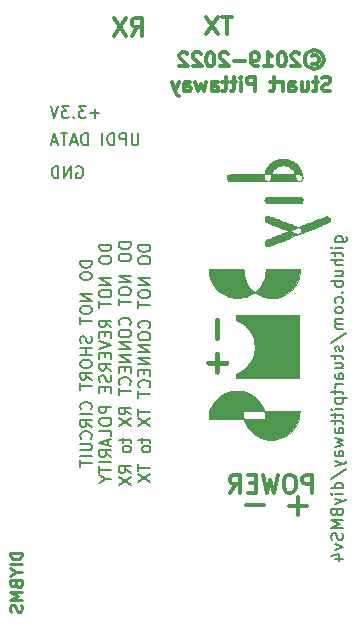
<source format=gbo>
G04 #@! TF.GenerationSoftware,KiCad,Pcbnew,5.1.9+dfsg1-1+deb11u1*
G04 #@! TF.CreationDate,2023-04-19T10:21:25+00:00*
G04 #@! TF.ProjectId,ModuleV450,4d6f6475-6c65-4563-9435-302e6b696361,rev?*
G04 #@! TF.SameCoordinates,Original*
G04 #@! TF.FileFunction,Legend,Bot*
G04 #@! TF.FilePolarity,Positive*
%FSLAX46Y46*%
G04 Gerber Fmt 4.6, Leading zero omitted, Abs format (unit mm)*
G04 Created by KiCad (PCBNEW 5.1.9+dfsg1-1+deb11u1) date 2023-04-19 10:21:25*
%MOMM*%
%LPD*%
G01*
G04 APERTURE LIST*
%ADD10C,0.200000*%
%ADD11C,0.300000*%
%ADD12C,0.250000*%
%ADD13C,0.150000*%
%ADD14C,0.010000*%
G04 APERTURE END LIST*
D10*
X113935219Y-66639980D02*
X113935219Y-67449504D01*
X113887600Y-67544742D01*
X113839981Y-67592361D01*
X113744743Y-67639980D01*
X113554267Y-67639980D01*
X113459029Y-67592361D01*
X113411410Y-67544742D01*
X113363791Y-67449504D01*
X113363791Y-66639980D01*
X112887600Y-67639980D02*
X112887600Y-66639980D01*
X112506648Y-66639980D01*
X112411410Y-66687600D01*
X112363791Y-66735219D01*
X112316172Y-66830457D01*
X112316172Y-66973314D01*
X112363791Y-67068552D01*
X112411410Y-67116171D01*
X112506648Y-67163790D01*
X112887600Y-67163790D01*
X111887600Y-67639980D02*
X111887600Y-66639980D01*
X111649505Y-66639980D01*
X111506648Y-66687600D01*
X111411410Y-66782838D01*
X111363791Y-66878076D01*
X111316172Y-67068552D01*
X111316172Y-67211409D01*
X111363791Y-67401885D01*
X111411410Y-67497123D01*
X111506648Y-67592361D01*
X111649505Y-67639980D01*
X111887600Y-67639980D01*
X110887600Y-67639980D02*
X110887600Y-66639980D01*
X109649505Y-67639980D02*
X109649505Y-66639980D01*
X109411410Y-66639980D01*
X109268553Y-66687600D01*
X109173315Y-66782838D01*
X109125695Y-66878076D01*
X109078076Y-67068552D01*
X109078076Y-67211409D01*
X109125695Y-67401885D01*
X109173315Y-67497123D01*
X109268553Y-67592361D01*
X109411410Y-67639980D01*
X109649505Y-67639980D01*
X108697124Y-67354266D02*
X108220934Y-67354266D01*
X108792362Y-67639980D02*
X108459029Y-66639980D01*
X108125695Y-67639980D01*
X107935219Y-66639980D02*
X107363791Y-66639980D01*
X107649505Y-67639980D02*
X107649505Y-66639980D01*
X107078076Y-67354266D02*
X106601886Y-67354266D01*
X107173315Y-67639980D02*
X106839981Y-66639980D01*
X106506648Y-67639980D01*
D11*
X124579504Y-98130457D02*
X123055695Y-98130457D01*
D10*
X108697124Y-69487600D02*
X108792362Y-69439980D01*
X108935219Y-69439980D01*
X109078076Y-69487600D01*
X109173314Y-69582838D01*
X109220933Y-69678076D01*
X109268552Y-69868552D01*
X109268552Y-70011409D01*
X109220933Y-70201885D01*
X109173314Y-70297123D01*
X109078076Y-70392361D01*
X108935219Y-70439980D01*
X108839981Y-70439980D01*
X108697124Y-70392361D01*
X108649505Y-70344742D01*
X108649505Y-70011409D01*
X108839981Y-70011409D01*
X108220933Y-70439980D02*
X108220933Y-69439980D01*
X107649505Y-70439980D01*
X107649505Y-69439980D01*
X107173314Y-70439980D02*
X107173314Y-69439980D01*
X106935219Y-69439980D01*
X106792362Y-69487600D01*
X106697124Y-69582838D01*
X106649505Y-69678076D01*
X106601886Y-69868552D01*
X106601886Y-70011409D01*
X106649505Y-70201885D01*
X106697124Y-70297123D01*
X106792362Y-70392361D01*
X106935219Y-70439980D01*
X107173314Y-70439980D01*
X110649504Y-64959028D02*
X109887600Y-64959028D01*
X110268552Y-65339980D02*
X110268552Y-64578076D01*
X109506647Y-64339980D02*
X108887600Y-64339980D01*
X109220933Y-64720933D01*
X109078076Y-64720933D01*
X108982838Y-64768552D01*
X108935219Y-64816171D01*
X108887600Y-64911409D01*
X108887600Y-65149504D01*
X108935219Y-65244742D01*
X108982838Y-65292361D01*
X109078076Y-65339980D01*
X109363790Y-65339980D01*
X109459028Y-65292361D01*
X109506647Y-65244742D01*
X108459028Y-65244742D02*
X108411409Y-65292361D01*
X108459028Y-65339980D01*
X108506647Y-65292361D01*
X108459028Y-65244742D01*
X108459028Y-65339980D01*
X108078076Y-64339980D02*
X107459028Y-64339980D01*
X107792361Y-64720933D01*
X107649504Y-64720933D01*
X107554266Y-64768552D01*
X107506647Y-64816171D01*
X107459028Y-64911409D01*
X107459028Y-65149504D01*
X107506647Y-65244742D01*
X107554266Y-65292361D01*
X107649504Y-65339980D01*
X107935219Y-65339980D01*
X108030457Y-65292361D01*
X108078076Y-65244742D01*
X107173314Y-64339980D02*
X106839980Y-65339980D01*
X106506647Y-64339980D01*
D12*
X104069980Y-102134623D02*
X103069980Y-102134623D01*
X103069980Y-102372719D01*
X103117600Y-102515576D01*
X103212838Y-102610814D01*
X103308076Y-102658433D01*
X103498552Y-102706052D01*
X103641409Y-102706052D01*
X103831885Y-102658433D01*
X103927123Y-102610814D01*
X104022361Y-102515576D01*
X104069980Y-102372719D01*
X104069980Y-102134623D01*
X104069980Y-103134623D02*
X103069980Y-103134623D01*
X103593790Y-103801290D02*
X104069980Y-103801290D01*
X103069980Y-103467957D02*
X103593790Y-103801290D01*
X103069980Y-104134623D01*
X103546171Y-104801290D02*
X103593790Y-104944147D01*
X103641409Y-104991766D01*
X103736647Y-105039385D01*
X103879504Y-105039385D01*
X103974742Y-104991766D01*
X104022361Y-104944147D01*
X104069980Y-104848909D01*
X104069980Y-104467957D01*
X103069980Y-104467957D01*
X103069980Y-104801290D01*
X103117600Y-104896528D01*
X103165219Y-104944147D01*
X103260457Y-104991766D01*
X103355695Y-104991766D01*
X103450933Y-104944147D01*
X103498552Y-104896528D01*
X103546171Y-104801290D01*
X103546171Y-104467957D01*
X104069980Y-105467957D02*
X103069980Y-105467957D01*
X103784266Y-105801290D01*
X103069980Y-106134623D01*
X104069980Y-106134623D01*
X104022361Y-106563195D02*
X104069980Y-106706052D01*
X104069980Y-106944147D01*
X104022361Y-107039385D01*
X103974742Y-107087004D01*
X103879504Y-107134623D01*
X103784266Y-107134623D01*
X103689028Y-107087004D01*
X103641409Y-107039385D01*
X103593790Y-106944147D01*
X103546171Y-106753671D01*
X103498552Y-106658433D01*
X103450933Y-106610814D01*
X103355695Y-106563195D01*
X103260457Y-106563195D01*
X103165219Y-106610814D01*
X103117600Y-106658433D01*
X103069980Y-106753671D01*
X103069980Y-106991766D01*
X103117600Y-107134623D01*
D11*
X128179504Y-98230457D02*
X126655695Y-98230457D01*
X127417600Y-98992361D02*
X127417600Y-97468552D01*
X121860457Y-56766171D02*
X121003314Y-56766171D01*
X121431885Y-58266171D02*
X121431885Y-56766171D01*
X120646171Y-56766171D02*
X119646171Y-58266171D01*
X119646171Y-56766171D02*
X120646171Y-58266171D01*
X113367600Y-58366171D02*
X113867600Y-57651885D01*
X114224742Y-58366171D02*
X114224742Y-56866171D01*
X113653314Y-56866171D01*
X113510457Y-56937600D01*
X113439028Y-57009028D01*
X113367600Y-57151885D01*
X113367600Y-57366171D01*
X113439028Y-57509028D01*
X113510457Y-57580457D01*
X113653314Y-57651885D01*
X114224742Y-57651885D01*
X112867600Y-56866171D02*
X111867600Y-58366171D01*
X111867600Y-56866171D02*
X112867600Y-58366171D01*
D13*
X109994980Y-77444742D02*
X108994980Y-77444742D01*
X108994980Y-77682838D01*
X109042600Y-77825695D01*
X109137838Y-77920933D01*
X109233076Y-77968552D01*
X109423552Y-78016171D01*
X109566409Y-78016171D01*
X109756885Y-77968552D01*
X109852123Y-77920933D01*
X109947361Y-77825695D01*
X109994980Y-77682838D01*
X109994980Y-77444742D01*
X108994980Y-78635219D02*
X108994980Y-78825695D01*
X109042600Y-78920933D01*
X109137838Y-79016171D01*
X109328314Y-79063790D01*
X109661647Y-79063790D01*
X109852123Y-79016171D01*
X109947361Y-78920933D01*
X109994980Y-78825695D01*
X109994980Y-78635219D01*
X109947361Y-78539980D01*
X109852123Y-78444742D01*
X109661647Y-78397123D01*
X109328314Y-78397123D01*
X109137838Y-78444742D01*
X109042600Y-78539980D01*
X108994980Y-78635219D01*
X109994980Y-80254266D02*
X108994980Y-80254266D01*
X109994980Y-80825695D01*
X108994980Y-80825695D01*
X108994980Y-81492361D02*
X108994980Y-81682838D01*
X109042600Y-81778076D01*
X109137838Y-81873314D01*
X109328314Y-81920933D01*
X109661647Y-81920933D01*
X109852123Y-81873314D01*
X109947361Y-81778076D01*
X109994980Y-81682838D01*
X109994980Y-81492361D01*
X109947361Y-81397123D01*
X109852123Y-81301885D01*
X109661647Y-81254266D01*
X109328314Y-81254266D01*
X109137838Y-81301885D01*
X109042600Y-81397123D01*
X108994980Y-81492361D01*
X108994980Y-82206647D02*
X108994980Y-82778076D01*
X109994980Y-82492361D02*
X108994980Y-82492361D01*
X109947361Y-83825695D02*
X109994980Y-83968552D01*
X109994980Y-84206647D01*
X109947361Y-84301885D01*
X109899742Y-84349504D01*
X109804504Y-84397123D01*
X109709266Y-84397123D01*
X109614028Y-84349504D01*
X109566409Y-84301885D01*
X109518790Y-84206647D01*
X109471171Y-84016171D01*
X109423552Y-83920933D01*
X109375933Y-83873314D01*
X109280695Y-83825695D01*
X109185457Y-83825695D01*
X109090219Y-83873314D01*
X109042600Y-83920933D01*
X108994980Y-84016171D01*
X108994980Y-84254266D01*
X109042600Y-84397123D01*
X109994980Y-84825695D02*
X108994980Y-84825695D01*
X109471171Y-84825695D02*
X109471171Y-85397123D01*
X109994980Y-85397123D02*
X108994980Y-85397123D01*
X108994980Y-86063790D02*
X108994980Y-86254266D01*
X109042600Y-86349504D01*
X109137838Y-86444742D01*
X109328314Y-86492361D01*
X109661647Y-86492361D01*
X109852123Y-86444742D01*
X109947361Y-86349504D01*
X109994980Y-86254266D01*
X109994980Y-86063790D01*
X109947361Y-85968552D01*
X109852123Y-85873314D01*
X109661647Y-85825695D01*
X109328314Y-85825695D01*
X109137838Y-85873314D01*
X109042600Y-85968552D01*
X108994980Y-86063790D01*
X109994980Y-87492361D02*
X109518790Y-87159028D01*
X109994980Y-86920933D02*
X108994980Y-86920933D01*
X108994980Y-87301885D01*
X109042600Y-87397123D01*
X109090219Y-87444742D01*
X109185457Y-87492361D01*
X109328314Y-87492361D01*
X109423552Y-87444742D01*
X109471171Y-87397123D01*
X109518790Y-87301885D01*
X109518790Y-86920933D01*
X108994980Y-87778076D02*
X108994980Y-88349504D01*
X109994980Y-88063790D02*
X108994980Y-88063790D01*
X109899742Y-90016171D02*
X109947361Y-89968552D01*
X109994980Y-89825695D01*
X109994980Y-89730457D01*
X109947361Y-89587600D01*
X109852123Y-89492361D01*
X109756885Y-89444742D01*
X109566409Y-89397123D01*
X109423552Y-89397123D01*
X109233076Y-89444742D01*
X109137838Y-89492361D01*
X109042600Y-89587600D01*
X108994980Y-89730457D01*
X108994980Y-89825695D01*
X109042600Y-89968552D01*
X109090219Y-90016171D01*
X109994980Y-90444742D02*
X108994980Y-90444742D01*
X109994980Y-91492361D02*
X109518790Y-91159028D01*
X109994980Y-90920933D02*
X108994980Y-90920933D01*
X108994980Y-91301885D01*
X109042600Y-91397123D01*
X109090219Y-91444742D01*
X109185457Y-91492361D01*
X109328314Y-91492361D01*
X109423552Y-91444742D01*
X109471171Y-91397123D01*
X109518790Y-91301885D01*
X109518790Y-90920933D01*
X109899742Y-92492361D02*
X109947361Y-92444742D01*
X109994980Y-92301885D01*
X109994980Y-92206647D01*
X109947361Y-92063790D01*
X109852123Y-91968552D01*
X109756885Y-91920933D01*
X109566409Y-91873314D01*
X109423552Y-91873314D01*
X109233076Y-91920933D01*
X109137838Y-91968552D01*
X109042600Y-92063790D01*
X108994980Y-92206647D01*
X108994980Y-92301885D01*
X109042600Y-92444742D01*
X109090219Y-92492361D01*
X108994980Y-92920933D02*
X109804504Y-92920933D01*
X109899742Y-92968552D01*
X109947361Y-93016171D01*
X109994980Y-93111409D01*
X109994980Y-93301885D01*
X109947361Y-93397123D01*
X109899742Y-93444742D01*
X109804504Y-93492361D01*
X108994980Y-93492361D01*
X109994980Y-93968552D02*
X108994980Y-93968552D01*
X108994980Y-94301885D02*
X108994980Y-94873314D01*
X109994980Y-94587600D02*
X108994980Y-94587600D01*
X111644980Y-76063790D02*
X110644980Y-76063790D01*
X110644980Y-76301885D01*
X110692600Y-76444742D01*
X110787838Y-76539980D01*
X110883076Y-76587600D01*
X111073552Y-76635219D01*
X111216409Y-76635219D01*
X111406885Y-76587600D01*
X111502123Y-76539980D01*
X111597361Y-76444742D01*
X111644980Y-76301885D01*
X111644980Y-76063790D01*
X110644980Y-77254266D02*
X110644980Y-77444742D01*
X110692600Y-77539980D01*
X110787838Y-77635219D01*
X110978314Y-77682838D01*
X111311647Y-77682838D01*
X111502123Y-77635219D01*
X111597361Y-77539980D01*
X111644980Y-77444742D01*
X111644980Y-77254266D01*
X111597361Y-77159028D01*
X111502123Y-77063790D01*
X111311647Y-77016171D01*
X110978314Y-77016171D01*
X110787838Y-77063790D01*
X110692600Y-77159028D01*
X110644980Y-77254266D01*
X111644980Y-78873314D02*
X110644980Y-78873314D01*
X111644980Y-79444742D01*
X110644980Y-79444742D01*
X110644980Y-80111409D02*
X110644980Y-80301885D01*
X110692600Y-80397123D01*
X110787838Y-80492361D01*
X110978314Y-80539980D01*
X111311647Y-80539980D01*
X111502123Y-80492361D01*
X111597361Y-80397123D01*
X111644980Y-80301885D01*
X111644980Y-80111409D01*
X111597361Y-80016171D01*
X111502123Y-79920933D01*
X111311647Y-79873314D01*
X110978314Y-79873314D01*
X110787838Y-79920933D01*
X110692600Y-80016171D01*
X110644980Y-80111409D01*
X110644980Y-80825695D02*
X110644980Y-81397123D01*
X111644980Y-81111409D02*
X110644980Y-81111409D01*
X111644980Y-83063790D02*
X111168790Y-82730457D01*
X111644980Y-82492361D02*
X110644980Y-82492361D01*
X110644980Y-82873314D01*
X110692600Y-82968552D01*
X110740219Y-83016171D01*
X110835457Y-83063790D01*
X110978314Y-83063790D01*
X111073552Y-83016171D01*
X111121171Y-82968552D01*
X111168790Y-82873314D01*
X111168790Y-82492361D01*
X111121171Y-83492361D02*
X111121171Y-83825695D01*
X111644980Y-83968552D02*
X111644980Y-83492361D01*
X110644980Y-83492361D01*
X110644980Y-83968552D01*
X110644980Y-84254266D02*
X111644980Y-84587600D01*
X110644980Y-84920933D01*
X111121171Y-85254266D02*
X111121171Y-85587600D01*
X111644980Y-85730457D02*
X111644980Y-85254266D01*
X110644980Y-85254266D01*
X110644980Y-85730457D01*
X111644980Y-86730457D02*
X111168790Y-86397123D01*
X111644980Y-86159028D02*
X110644980Y-86159028D01*
X110644980Y-86539980D01*
X110692600Y-86635219D01*
X110740219Y-86682838D01*
X110835457Y-86730457D01*
X110978314Y-86730457D01*
X111073552Y-86682838D01*
X111121171Y-86635219D01*
X111168790Y-86539980D01*
X111168790Y-86159028D01*
X111597361Y-87111409D02*
X111644980Y-87254266D01*
X111644980Y-87492361D01*
X111597361Y-87587600D01*
X111549742Y-87635219D01*
X111454504Y-87682838D01*
X111359266Y-87682838D01*
X111264028Y-87635219D01*
X111216409Y-87587600D01*
X111168790Y-87492361D01*
X111121171Y-87301885D01*
X111073552Y-87206647D01*
X111025933Y-87159028D01*
X110930695Y-87111409D01*
X110835457Y-87111409D01*
X110740219Y-87159028D01*
X110692600Y-87206647D01*
X110644980Y-87301885D01*
X110644980Y-87539980D01*
X110692600Y-87682838D01*
X111121171Y-88111409D02*
X111121171Y-88444742D01*
X111644980Y-88587600D02*
X111644980Y-88111409D01*
X110644980Y-88111409D01*
X110644980Y-88587600D01*
X111644980Y-89778076D02*
X110644980Y-89778076D01*
X110644980Y-90159028D01*
X110692600Y-90254266D01*
X110740219Y-90301885D01*
X110835457Y-90349504D01*
X110978314Y-90349504D01*
X111073552Y-90301885D01*
X111121171Y-90254266D01*
X111168790Y-90159028D01*
X111168790Y-89778076D01*
X110644980Y-90968552D02*
X110644980Y-91159028D01*
X110692600Y-91254266D01*
X110787838Y-91349504D01*
X110978314Y-91397123D01*
X111311647Y-91397123D01*
X111502123Y-91349504D01*
X111597361Y-91254266D01*
X111644980Y-91159028D01*
X111644980Y-90968552D01*
X111597361Y-90873314D01*
X111502123Y-90778076D01*
X111311647Y-90730457D01*
X110978314Y-90730457D01*
X110787838Y-90778076D01*
X110692600Y-90873314D01*
X110644980Y-90968552D01*
X111644980Y-92301885D02*
X111644980Y-91825695D01*
X110644980Y-91825695D01*
X111359266Y-92587600D02*
X111359266Y-93063790D01*
X111644980Y-92492361D02*
X110644980Y-92825695D01*
X111644980Y-93159028D01*
X111644980Y-94063790D02*
X111168790Y-93730457D01*
X111644980Y-93492361D02*
X110644980Y-93492361D01*
X110644980Y-93873314D01*
X110692600Y-93968552D01*
X110740219Y-94016171D01*
X110835457Y-94063790D01*
X110978314Y-94063790D01*
X111073552Y-94016171D01*
X111121171Y-93968552D01*
X111168790Y-93873314D01*
X111168790Y-93492361D01*
X111644980Y-94492361D02*
X110644980Y-94492361D01*
X110644980Y-94825695D02*
X110644980Y-95397123D01*
X111644980Y-95111409D02*
X110644980Y-95111409D01*
X111168790Y-95920933D02*
X111644980Y-95920933D01*
X110644980Y-95587600D02*
X111168790Y-95920933D01*
X110644980Y-96254266D01*
X113294980Y-75873314D02*
X112294980Y-75873314D01*
X112294980Y-76111409D01*
X112342600Y-76254266D01*
X112437838Y-76349504D01*
X112533076Y-76397123D01*
X112723552Y-76444742D01*
X112866409Y-76444742D01*
X113056885Y-76397123D01*
X113152123Y-76349504D01*
X113247361Y-76254266D01*
X113294980Y-76111409D01*
X113294980Y-75873314D01*
X112294980Y-77063790D02*
X112294980Y-77254266D01*
X112342600Y-77349504D01*
X112437838Y-77444742D01*
X112628314Y-77492361D01*
X112961647Y-77492361D01*
X113152123Y-77444742D01*
X113247361Y-77349504D01*
X113294980Y-77254266D01*
X113294980Y-77063790D01*
X113247361Y-76968552D01*
X113152123Y-76873314D01*
X112961647Y-76825695D01*
X112628314Y-76825695D01*
X112437838Y-76873314D01*
X112342600Y-76968552D01*
X112294980Y-77063790D01*
X113294980Y-78682838D02*
X112294980Y-78682838D01*
X113294980Y-79254266D01*
X112294980Y-79254266D01*
X112294980Y-79920933D02*
X112294980Y-80111409D01*
X112342600Y-80206647D01*
X112437838Y-80301885D01*
X112628314Y-80349504D01*
X112961647Y-80349504D01*
X113152123Y-80301885D01*
X113247361Y-80206647D01*
X113294980Y-80111409D01*
X113294980Y-79920933D01*
X113247361Y-79825695D01*
X113152123Y-79730457D01*
X112961647Y-79682838D01*
X112628314Y-79682838D01*
X112437838Y-79730457D01*
X112342600Y-79825695D01*
X112294980Y-79920933D01*
X112294980Y-80635219D02*
X112294980Y-81206647D01*
X113294980Y-80920933D02*
X112294980Y-80920933D01*
X113199742Y-82873314D02*
X113247361Y-82825695D01*
X113294980Y-82682838D01*
X113294980Y-82587600D01*
X113247361Y-82444742D01*
X113152123Y-82349504D01*
X113056885Y-82301885D01*
X112866409Y-82254266D01*
X112723552Y-82254266D01*
X112533076Y-82301885D01*
X112437838Y-82349504D01*
X112342600Y-82444742D01*
X112294980Y-82587600D01*
X112294980Y-82682838D01*
X112342600Y-82825695D01*
X112390219Y-82873314D01*
X112294980Y-83492361D02*
X112294980Y-83682838D01*
X112342600Y-83778076D01*
X112437838Y-83873314D01*
X112628314Y-83920933D01*
X112961647Y-83920933D01*
X113152123Y-83873314D01*
X113247361Y-83778076D01*
X113294980Y-83682838D01*
X113294980Y-83492361D01*
X113247361Y-83397123D01*
X113152123Y-83301885D01*
X112961647Y-83254266D01*
X112628314Y-83254266D01*
X112437838Y-83301885D01*
X112342600Y-83397123D01*
X112294980Y-83492361D01*
X113294980Y-84349504D02*
X112294980Y-84349504D01*
X113294980Y-84920933D01*
X112294980Y-84920933D01*
X113294980Y-85397123D02*
X112294980Y-85397123D01*
X113294980Y-85968552D01*
X112294980Y-85968552D01*
X112771171Y-86444742D02*
X112771171Y-86778076D01*
X113294980Y-86920933D02*
X113294980Y-86444742D01*
X112294980Y-86444742D01*
X112294980Y-86920933D01*
X113199742Y-87920933D02*
X113247361Y-87873314D01*
X113294980Y-87730457D01*
X113294980Y-87635219D01*
X113247361Y-87492361D01*
X113152123Y-87397123D01*
X113056885Y-87349504D01*
X112866409Y-87301885D01*
X112723552Y-87301885D01*
X112533076Y-87349504D01*
X112437838Y-87397123D01*
X112342600Y-87492361D01*
X112294980Y-87635219D01*
X112294980Y-87730457D01*
X112342600Y-87873314D01*
X112390219Y-87920933D01*
X112294980Y-88206647D02*
X112294980Y-88778076D01*
X113294980Y-88492361D02*
X112294980Y-88492361D01*
X113294980Y-90444742D02*
X112818790Y-90111409D01*
X113294980Y-89873314D02*
X112294980Y-89873314D01*
X112294980Y-90254266D01*
X112342600Y-90349504D01*
X112390219Y-90397123D01*
X112485457Y-90444742D01*
X112628314Y-90444742D01*
X112723552Y-90397123D01*
X112771171Y-90349504D01*
X112818790Y-90254266D01*
X112818790Y-89873314D01*
X112294980Y-90778076D02*
X113294980Y-91444742D01*
X112294980Y-91444742D02*
X113294980Y-90778076D01*
X112628314Y-92444742D02*
X112628314Y-92825695D01*
X112294980Y-92587600D02*
X113152123Y-92587600D01*
X113247361Y-92635219D01*
X113294980Y-92730457D01*
X113294980Y-92825695D01*
X113294980Y-93301885D02*
X113247361Y-93206647D01*
X113199742Y-93159028D01*
X113104504Y-93111409D01*
X112818790Y-93111409D01*
X112723552Y-93159028D01*
X112675933Y-93206647D01*
X112628314Y-93301885D01*
X112628314Y-93444742D01*
X112675933Y-93539980D01*
X112723552Y-93587600D01*
X112818790Y-93635219D01*
X113104504Y-93635219D01*
X113199742Y-93587600D01*
X113247361Y-93539980D01*
X113294980Y-93444742D01*
X113294980Y-93301885D01*
X113294980Y-95397123D02*
X112818790Y-95063790D01*
X113294980Y-94825695D02*
X112294980Y-94825695D01*
X112294980Y-95206647D01*
X112342600Y-95301885D01*
X112390219Y-95349504D01*
X112485457Y-95397123D01*
X112628314Y-95397123D01*
X112723552Y-95349504D01*
X112771171Y-95301885D01*
X112818790Y-95206647D01*
X112818790Y-94825695D01*
X112294980Y-95730457D02*
X113294980Y-96397123D01*
X112294980Y-96397123D02*
X113294980Y-95730457D01*
X114944980Y-76111409D02*
X113944980Y-76111409D01*
X113944980Y-76349504D01*
X113992600Y-76492361D01*
X114087838Y-76587600D01*
X114183076Y-76635219D01*
X114373552Y-76682838D01*
X114516409Y-76682838D01*
X114706885Y-76635219D01*
X114802123Y-76587600D01*
X114897361Y-76492361D01*
X114944980Y-76349504D01*
X114944980Y-76111409D01*
X113944980Y-77301885D02*
X113944980Y-77492361D01*
X113992600Y-77587600D01*
X114087838Y-77682838D01*
X114278314Y-77730457D01*
X114611647Y-77730457D01*
X114802123Y-77682838D01*
X114897361Y-77587600D01*
X114944980Y-77492361D01*
X114944980Y-77301885D01*
X114897361Y-77206647D01*
X114802123Y-77111409D01*
X114611647Y-77063790D01*
X114278314Y-77063790D01*
X114087838Y-77111409D01*
X113992600Y-77206647D01*
X113944980Y-77301885D01*
X114944980Y-78920933D02*
X113944980Y-78920933D01*
X114944980Y-79492361D01*
X113944980Y-79492361D01*
X113944980Y-80159028D02*
X113944980Y-80349504D01*
X113992600Y-80444742D01*
X114087838Y-80539980D01*
X114278314Y-80587600D01*
X114611647Y-80587600D01*
X114802123Y-80539980D01*
X114897361Y-80444742D01*
X114944980Y-80349504D01*
X114944980Y-80159028D01*
X114897361Y-80063790D01*
X114802123Y-79968552D01*
X114611647Y-79920933D01*
X114278314Y-79920933D01*
X114087838Y-79968552D01*
X113992600Y-80063790D01*
X113944980Y-80159028D01*
X113944980Y-80873314D02*
X113944980Y-81444742D01*
X114944980Y-81159028D02*
X113944980Y-81159028D01*
X114849742Y-83111409D02*
X114897361Y-83063790D01*
X114944980Y-82920933D01*
X114944980Y-82825695D01*
X114897361Y-82682838D01*
X114802123Y-82587600D01*
X114706885Y-82539980D01*
X114516409Y-82492361D01*
X114373552Y-82492361D01*
X114183076Y-82539980D01*
X114087838Y-82587600D01*
X113992600Y-82682838D01*
X113944980Y-82825695D01*
X113944980Y-82920933D01*
X113992600Y-83063790D01*
X114040219Y-83111409D01*
X113944980Y-83730457D02*
X113944980Y-83920933D01*
X113992600Y-84016171D01*
X114087838Y-84111409D01*
X114278314Y-84159028D01*
X114611647Y-84159028D01*
X114802123Y-84111409D01*
X114897361Y-84016171D01*
X114944980Y-83920933D01*
X114944980Y-83730457D01*
X114897361Y-83635219D01*
X114802123Y-83539980D01*
X114611647Y-83492361D01*
X114278314Y-83492361D01*
X114087838Y-83539980D01*
X113992600Y-83635219D01*
X113944980Y-83730457D01*
X114944980Y-84587600D02*
X113944980Y-84587600D01*
X114944980Y-85159028D01*
X113944980Y-85159028D01*
X114944980Y-85635219D02*
X113944980Y-85635219D01*
X114944980Y-86206647D01*
X113944980Y-86206647D01*
X114421171Y-86682838D02*
X114421171Y-87016171D01*
X114944980Y-87159028D02*
X114944980Y-86682838D01*
X113944980Y-86682838D01*
X113944980Y-87159028D01*
X114849742Y-88159028D02*
X114897361Y-88111409D01*
X114944980Y-87968552D01*
X114944980Y-87873314D01*
X114897361Y-87730457D01*
X114802123Y-87635219D01*
X114706885Y-87587600D01*
X114516409Y-87539980D01*
X114373552Y-87539980D01*
X114183076Y-87587600D01*
X114087838Y-87635219D01*
X113992600Y-87730457D01*
X113944980Y-87873314D01*
X113944980Y-87968552D01*
X113992600Y-88111409D01*
X114040219Y-88159028D01*
X113944980Y-88444742D02*
X113944980Y-89016171D01*
X114944980Y-88730457D02*
X113944980Y-88730457D01*
X113944980Y-89968552D02*
X113944980Y-90539980D01*
X114944980Y-90254266D02*
X113944980Y-90254266D01*
X113944980Y-90778076D02*
X114944980Y-91444742D01*
X113944980Y-91444742D02*
X114944980Y-90778076D01*
X114278314Y-92444742D02*
X114278314Y-92825695D01*
X113944980Y-92587600D02*
X114802123Y-92587600D01*
X114897361Y-92635219D01*
X114944980Y-92730457D01*
X114944980Y-92825695D01*
X114944980Y-93301885D02*
X114897361Y-93206647D01*
X114849742Y-93159028D01*
X114754504Y-93111409D01*
X114468790Y-93111409D01*
X114373552Y-93159028D01*
X114325933Y-93206647D01*
X114278314Y-93301885D01*
X114278314Y-93444742D01*
X114325933Y-93539980D01*
X114373552Y-93587600D01*
X114468790Y-93635219D01*
X114754504Y-93635219D01*
X114849742Y-93587600D01*
X114897361Y-93539980D01*
X114944980Y-93444742D01*
X114944980Y-93301885D01*
X113944980Y-94682838D02*
X113944980Y-95254266D01*
X114944980Y-94968552D02*
X113944980Y-94968552D01*
X113944980Y-95492361D02*
X114944980Y-96159028D01*
X113944980Y-96159028D02*
X114944980Y-95492361D01*
D11*
X128681885Y-97066171D02*
X128681885Y-95566171D01*
X128110457Y-95566171D01*
X127967600Y-95637600D01*
X127896171Y-95709028D01*
X127824742Y-95851885D01*
X127824742Y-96066171D01*
X127896171Y-96209028D01*
X127967600Y-96280457D01*
X128110457Y-96351885D01*
X128681885Y-96351885D01*
X126896171Y-95566171D02*
X126610457Y-95566171D01*
X126467600Y-95637600D01*
X126324742Y-95780457D01*
X126253314Y-96066171D01*
X126253314Y-96566171D01*
X126324742Y-96851885D01*
X126467600Y-96994742D01*
X126610457Y-97066171D01*
X126896171Y-97066171D01*
X127039028Y-96994742D01*
X127181885Y-96851885D01*
X127253314Y-96566171D01*
X127253314Y-96066171D01*
X127181885Y-95780457D01*
X127039028Y-95637600D01*
X126896171Y-95566171D01*
X125753314Y-95566171D02*
X125396171Y-97066171D01*
X125110457Y-95994742D01*
X124824742Y-97066171D01*
X124467600Y-95566171D01*
X123896171Y-96280457D02*
X123396171Y-96280457D01*
X123181885Y-97066171D02*
X123896171Y-97066171D01*
X123896171Y-95566171D01*
X123181885Y-95566171D01*
X121681885Y-97066171D02*
X122181885Y-96351885D01*
X122539028Y-97066171D02*
X122539028Y-95566171D01*
X121967600Y-95566171D01*
X121824742Y-95637600D01*
X121753314Y-95709028D01*
X121681885Y-95851885D01*
X121681885Y-96066171D01*
X121753314Y-96209028D01*
X121824742Y-96280457D01*
X121967600Y-96351885D01*
X122539028Y-96351885D01*
D13*
X130603314Y-75849504D02*
X131412838Y-75849504D01*
X131508076Y-75801885D01*
X131555695Y-75754266D01*
X131603314Y-75659028D01*
X131603314Y-75516171D01*
X131555695Y-75420933D01*
X131222361Y-75849504D02*
X131269980Y-75754266D01*
X131269980Y-75563790D01*
X131222361Y-75468552D01*
X131174742Y-75420933D01*
X131079504Y-75373314D01*
X130793790Y-75373314D01*
X130698552Y-75420933D01*
X130650933Y-75468552D01*
X130603314Y-75563790D01*
X130603314Y-75754266D01*
X130650933Y-75849504D01*
X131269980Y-76325695D02*
X130603314Y-76325695D01*
X130269980Y-76325695D02*
X130317600Y-76278076D01*
X130365219Y-76325695D01*
X130317600Y-76373314D01*
X130269980Y-76325695D01*
X130365219Y-76325695D01*
X130603314Y-76659028D02*
X130603314Y-77039980D01*
X130269980Y-76801885D02*
X131127123Y-76801885D01*
X131222361Y-76849504D01*
X131269980Y-76944742D01*
X131269980Y-77039980D01*
X131269980Y-77373314D02*
X130269980Y-77373314D01*
X131269980Y-77801885D02*
X130746171Y-77801885D01*
X130650933Y-77754266D01*
X130603314Y-77659028D01*
X130603314Y-77516171D01*
X130650933Y-77420933D01*
X130698552Y-77373314D01*
X130603314Y-78706647D02*
X131269980Y-78706647D01*
X130603314Y-78278076D02*
X131127123Y-78278076D01*
X131222361Y-78325695D01*
X131269980Y-78420933D01*
X131269980Y-78563790D01*
X131222361Y-78659028D01*
X131174742Y-78706647D01*
X131269980Y-79182838D02*
X130269980Y-79182838D01*
X130650933Y-79182838D02*
X130603314Y-79278076D01*
X130603314Y-79468552D01*
X130650933Y-79563790D01*
X130698552Y-79611409D01*
X130793790Y-79659028D01*
X131079504Y-79659028D01*
X131174742Y-79611409D01*
X131222361Y-79563790D01*
X131269980Y-79468552D01*
X131269980Y-79278076D01*
X131222361Y-79182838D01*
X131174742Y-80087600D02*
X131222361Y-80135219D01*
X131269980Y-80087600D01*
X131222361Y-80039980D01*
X131174742Y-80087600D01*
X131269980Y-80087600D01*
X131222361Y-80992361D02*
X131269980Y-80897123D01*
X131269980Y-80706647D01*
X131222361Y-80611409D01*
X131174742Y-80563790D01*
X131079504Y-80516171D01*
X130793790Y-80516171D01*
X130698552Y-80563790D01*
X130650933Y-80611409D01*
X130603314Y-80706647D01*
X130603314Y-80897123D01*
X130650933Y-80992361D01*
X131269980Y-81563790D02*
X131222361Y-81468552D01*
X131174742Y-81420933D01*
X131079504Y-81373314D01*
X130793790Y-81373314D01*
X130698552Y-81420933D01*
X130650933Y-81468552D01*
X130603314Y-81563790D01*
X130603314Y-81706647D01*
X130650933Y-81801885D01*
X130698552Y-81849504D01*
X130793790Y-81897123D01*
X131079504Y-81897123D01*
X131174742Y-81849504D01*
X131222361Y-81801885D01*
X131269980Y-81706647D01*
X131269980Y-81563790D01*
X131269980Y-82325695D02*
X130603314Y-82325695D01*
X130698552Y-82325695D02*
X130650933Y-82373314D01*
X130603314Y-82468552D01*
X130603314Y-82611409D01*
X130650933Y-82706647D01*
X130746171Y-82754266D01*
X131269980Y-82754266D01*
X130746171Y-82754266D02*
X130650933Y-82801885D01*
X130603314Y-82897123D01*
X130603314Y-83039980D01*
X130650933Y-83135219D01*
X130746171Y-83182838D01*
X131269980Y-83182838D01*
X130222361Y-84373314D02*
X131508076Y-83516171D01*
X131222361Y-84659028D02*
X131269980Y-84754266D01*
X131269980Y-84944742D01*
X131222361Y-85039980D01*
X131127123Y-85087600D01*
X131079504Y-85087600D01*
X130984266Y-85039980D01*
X130936647Y-84944742D01*
X130936647Y-84801885D01*
X130889028Y-84706647D01*
X130793790Y-84659028D01*
X130746171Y-84659028D01*
X130650933Y-84706647D01*
X130603314Y-84801885D01*
X130603314Y-84944742D01*
X130650933Y-85039980D01*
X130603314Y-85373314D02*
X130603314Y-85754266D01*
X130269980Y-85516171D02*
X131127123Y-85516171D01*
X131222361Y-85563790D01*
X131269980Y-85659028D01*
X131269980Y-85754266D01*
X130603314Y-86516171D02*
X131269980Y-86516171D01*
X130603314Y-86087600D02*
X131127123Y-86087600D01*
X131222361Y-86135219D01*
X131269980Y-86230457D01*
X131269980Y-86373314D01*
X131222361Y-86468552D01*
X131174742Y-86516171D01*
X131269980Y-87420933D02*
X130746171Y-87420933D01*
X130650933Y-87373314D01*
X130603314Y-87278076D01*
X130603314Y-87087600D01*
X130650933Y-86992361D01*
X131222361Y-87420933D02*
X131269980Y-87325695D01*
X131269980Y-87087600D01*
X131222361Y-86992361D01*
X131127123Y-86944742D01*
X131031885Y-86944742D01*
X130936647Y-86992361D01*
X130889028Y-87087600D01*
X130889028Y-87325695D01*
X130841409Y-87420933D01*
X131269980Y-87897123D02*
X130603314Y-87897123D01*
X130793790Y-87897123D02*
X130698552Y-87944742D01*
X130650933Y-87992361D01*
X130603314Y-88087600D01*
X130603314Y-88182838D01*
X130603314Y-88373314D02*
X130603314Y-88754266D01*
X130269980Y-88516171D02*
X131127123Y-88516171D01*
X131222361Y-88563790D01*
X131269980Y-88659028D01*
X131269980Y-88754266D01*
X130603314Y-89087600D02*
X131603314Y-89087600D01*
X130650933Y-89087600D02*
X130603314Y-89182838D01*
X130603314Y-89373314D01*
X130650933Y-89468552D01*
X130698552Y-89516171D01*
X130793790Y-89563790D01*
X131079504Y-89563790D01*
X131174742Y-89516171D01*
X131222361Y-89468552D01*
X131269980Y-89373314D01*
X131269980Y-89182838D01*
X131222361Y-89087600D01*
X131269980Y-89992361D02*
X130603314Y-89992361D01*
X130269980Y-89992361D02*
X130317600Y-89944742D01*
X130365219Y-89992361D01*
X130317600Y-90039980D01*
X130269980Y-89992361D01*
X130365219Y-89992361D01*
X130603314Y-90325695D02*
X130603314Y-90706647D01*
X130269980Y-90468552D02*
X131127123Y-90468552D01*
X131222361Y-90516171D01*
X131269980Y-90611409D01*
X131269980Y-90706647D01*
X130603314Y-90897123D02*
X130603314Y-91278076D01*
X130269980Y-91039980D02*
X131127123Y-91039980D01*
X131222361Y-91087600D01*
X131269980Y-91182838D01*
X131269980Y-91278076D01*
X131269980Y-92039980D02*
X130746171Y-92039980D01*
X130650933Y-91992361D01*
X130603314Y-91897123D01*
X130603314Y-91706647D01*
X130650933Y-91611409D01*
X131222361Y-92039980D02*
X131269980Y-91944742D01*
X131269980Y-91706647D01*
X131222361Y-91611409D01*
X131127123Y-91563790D01*
X131031885Y-91563790D01*
X130936647Y-91611409D01*
X130889028Y-91706647D01*
X130889028Y-91944742D01*
X130841409Y-92039980D01*
X130603314Y-92420933D02*
X131269980Y-92611409D01*
X130793790Y-92801885D01*
X131269980Y-92992361D01*
X130603314Y-93182838D01*
X131269980Y-93992361D02*
X130746171Y-93992361D01*
X130650933Y-93944742D01*
X130603314Y-93849504D01*
X130603314Y-93659028D01*
X130650933Y-93563790D01*
X131222361Y-93992361D02*
X131269980Y-93897123D01*
X131269980Y-93659028D01*
X131222361Y-93563790D01*
X131127123Y-93516171D01*
X131031885Y-93516171D01*
X130936647Y-93563790D01*
X130889028Y-93659028D01*
X130889028Y-93897123D01*
X130841409Y-93992361D01*
X130603314Y-94373314D02*
X131269980Y-94611409D01*
X130603314Y-94849504D02*
X131269980Y-94611409D01*
X131508076Y-94516171D01*
X131555695Y-94468552D01*
X131603314Y-94373314D01*
X130222361Y-95944742D02*
X131508076Y-95087600D01*
X131269980Y-96706647D02*
X130269980Y-96706647D01*
X131222361Y-96706647D02*
X131269980Y-96611409D01*
X131269980Y-96420933D01*
X131222361Y-96325695D01*
X131174742Y-96278076D01*
X131079504Y-96230457D01*
X130793790Y-96230457D01*
X130698552Y-96278076D01*
X130650933Y-96325695D01*
X130603314Y-96420933D01*
X130603314Y-96611409D01*
X130650933Y-96706647D01*
X131269980Y-97182838D02*
X130603314Y-97182838D01*
X130269980Y-97182838D02*
X130317600Y-97135219D01*
X130365219Y-97182838D01*
X130317600Y-97230457D01*
X130269980Y-97182838D01*
X130365219Y-97182838D01*
X130603314Y-97563790D02*
X131269980Y-97801885D01*
X130603314Y-98039980D02*
X131269980Y-97801885D01*
X131508076Y-97706647D01*
X131555695Y-97659028D01*
X131603314Y-97563790D01*
X130746171Y-98754266D02*
X130793790Y-98897123D01*
X130841409Y-98944742D01*
X130936647Y-98992361D01*
X131079504Y-98992361D01*
X131174742Y-98944742D01*
X131222361Y-98897123D01*
X131269980Y-98801885D01*
X131269980Y-98420933D01*
X130269980Y-98420933D01*
X130269980Y-98754266D01*
X130317600Y-98849504D01*
X130365219Y-98897123D01*
X130460457Y-98944742D01*
X130555695Y-98944742D01*
X130650933Y-98897123D01*
X130698552Y-98849504D01*
X130746171Y-98754266D01*
X130746171Y-98420933D01*
X131269980Y-99420933D02*
X130269980Y-99420933D01*
X130984266Y-99754266D01*
X130269980Y-100087600D01*
X131269980Y-100087600D01*
X131222361Y-100516171D02*
X131269980Y-100659028D01*
X131269980Y-100897123D01*
X131222361Y-100992361D01*
X131174742Y-101039980D01*
X131079504Y-101087600D01*
X130984266Y-101087600D01*
X130889028Y-101039980D01*
X130841409Y-100992361D01*
X130793790Y-100897123D01*
X130746171Y-100706647D01*
X130698552Y-100611409D01*
X130650933Y-100563790D01*
X130555695Y-100516171D01*
X130460457Y-100516171D01*
X130365219Y-100563790D01*
X130317600Y-100611409D01*
X130269980Y-100706647D01*
X130269980Y-100944742D01*
X130317600Y-101087600D01*
X130603314Y-101420933D02*
X131269980Y-101659028D01*
X130603314Y-101897123D01*
X130603314Y-102706647D02*
X131269980Y-102706647D01*
X130222361Y-102468552D02*
X130936647Y-102230457D01*
X130936647Y-102849504D01*
D11*
X128603314Y-60066171D02*
X128717600Y-60009028D01*
X128946171Y-60009028D01*
X129060457Y-60066171D01*
X129174742Y-60180457D01*
X129231885Y-60294742D01*
X129231885Y-60523314D01*
X129174742Y-60637600D01*
X129060457Y-60751885D01*
X128946171Y-60809028D01*
X128717600Y-60809028D01*
X128603314Y-60751885D01*
X128831885Y-59609028D02*
X129117600Y-59666171D01*
X129403314Y-59837600D01*
X129574742Y-60123314D01*
X129631885Y-60409028D01*
X129574742Y-60694742D01*
X129403314Y-60980457D01*
X129117600Y-61151885D01*
X128831885Y-61209028D01*
X128546171Y-61151885D01*
X128260457Y-60980457D01*
X128089028Y-60694742D01*
X128031885Y-60409028D01*
X128089028Y-60123314D01*
X128260457Y-59837600D01*
X128546171Y-59666171D01*
X128831885Y-59609028D01*
X127574742Y-59894742D02*
X127517600Y-59837600D01*
X127403314Y-59780457D01*
X127117600Y-59780457D01*
X127003314Y-59837600D01*
X126946171Y-59894742D01*
X126889028Y-60009028D01*
X126889028Y-60123314D01*
X126946171Y-60294742D01*
X127631885Y-60980457D01*
X126889028Y-60980457D01*
X126146171Y-59780457D02*
X126031885Y-59780457D01*
X125917600Y-59837600D01*
X125860457Y-59894742D01*
X125803314Y-60009028D01*
X125746171Y-60237600D01*
X125746171Y-60523314D01*
X125803314Y-60751885D01*
X125860457Y-60866171D01*
X125917600Y-60923314D01*
X126031885Y-60980457D01*
X126146171Y-60980457D01*
X126260457Y-60923314D01*
X126317600Y-60866171D01*
X126374742Y-60751885D01*
X126431885Y-60523314D01*
X126431885Y-60237600D01*
X126374742Y-60009028D01*
X126317600Y-59894742D01*
X126260457Y-59837600D01*
X126146171Y-59780457D01*
X124603314Y-60980457D02*
X125289028Y-60980457D01*
X124946171Y-60980457D02*
X124946171Y-59780457D01*
X125060457Y-59951885D01*
X125174742Y-60066171D01*
X125289028Y-60123314D01*
X124031885Y-60980457D02*
X123803314Y-60980457D01*
X123689028Y-60923314D01*
X123631885Y-60866171D01*
X123517600Y-60694742D01*
X123460457Y-60466171D01*
X123460457Y-60009028D01*
X123517600Y-59894742D01*
X123574742Y-59837600D01*
X123689028Y-59780457D01*
X123917600Y-59780457D01*
X124031885Y-59837600D01*
X124089028Y-59894742D01*
X124146171Y-60009028D01*
X124146171Y-60294742D01*
X124089028Y-60409028D01*
X124031885Y-60466171D01*
X123917600Y-60523314D01*
X123689028Y-60523314D01*
X123574742Y-60466171D01*
X123517600Y-60409028D01*
X123460457Y-60294742D01*
X122946171Y-60523314D02*
X122031885Y-60523314D01*
X121517600Y-59894742D02*
X121460457Y-59837600D01*
X121346171Y-59780457D01*
X121060457Y-59780457D01*
X120946171Y-59837600D01*
X120889028Y-59894742D01*
X120831885Y-60009028D01*
X120831885Y-60123314D01*
X120889028Y-60294742D01*
X121574742Y-60980457D01*
X120831885Y-60980457D01*
X120089028Y-59780457D02*
X119974742Y-59780457D01*
X119860457Y-59837600D01*
X119803314Y-59894742D01*
X119746171Y-60009028D01*
X119689028Y-60237600D01*
X119689028Y-60523314D01*
X119746171Y-60751885D01*
X119803314Y-60866171D01*
X119860457Y-60923314D01*
X119974742Y-60980457D01*
X120089028Y-60980457D01*
X120203314Y-60923314D01*
X120260457Y-60866171D01*
X120317600Y-60751885D01*
X120374742Y-60523314D01*
X120374742Y-60237600D01*
X120317600Y-60009028D01*
X120260457Y-59894742D01*
X120203314Y-59837600D01*
X120089028Y-59780457D01*
X119231885Y-59894742D02*
X119174742Y-59837600D01*
X119060457Y-59780457D01*
X118774742Y-59780457D01*
X118660457Y-59837600D01*
X118603314Y-59894742D01*
X118546171Y-60009028D01*
X118546171Y-60123314D01*
X118603314Y-60294742D01*
X119289028Y-60980457D01*
X118546171Y-60980457D01*
X118089028Y-59894742D02*
X118031885Y-59837600D01*
X117917600Y-59780457D01*
X117631885Y-59780457D01*
X117517600Y-59837600D01*
X117460457Y-59894742D01*
X117403314Y-60009028D01*
X117403314Y-60123314D01*
X117460457Y-60294742D01*
X118146171Y-60980457D01*
X117403314Y-60980457D01*
X130203314Y-63023314D02*
X130031885Y-63080457D01*
X129746171Y-63080457D01*
X129631885Y-63023314D01*
X129574742Y-62966171D01*
X129517600Y-62851885D01*
X129517600Y-62737600D01*
X129574742Y-62623314D01*
X129631885Y-62566171D01*
X129746171Y-62509028D01*
X129974742Y-62451885D01*
X130089028Y-62394742D01*
X130146171Y-62337600D01*
X130203314Y-62223314D01*
X130203314Y-62109028D01*
X130146171Y-61994742D01*
X130089028Y-61937600D01*
X129974742Y-61880457D01*
X129689028Y-61880457D01*
X129517600Y-61937600D01*
X129174742Y-62280457D02*
X128717600Y-62280457D01*
X129003314Y-61880457D02*
X129003314Y-62909028D01*
X128946171Y-63023314D01*
X128831885Y-63080457D01*
X128717600Y-63080457D01*
X127803314Y-62280457D02*
X127803314Y-63080457D01*
X128317600Y-62280457D02*
X128317600Y-62909028D01*
X128260457Y-63023314D01*
X128146171Y-63080457D01*
X127974742Y-63080457D01*
X127860457Y-63023314D01*
X127803314Y-62966171D01*
X126717600Y-63080457D02*
X126717600Y-62451885D01*
X126774742Y-62337600D01*
X126889028Y-62280457D01*
X127117600Y-62280457D01*
X127231885Y-62337600D01*
X126717600Y-63023314D02*
X126831885Y-63080457D01*
X127117600Y-63080457D01*
X127231885Y-63023314D01*
X127289028Y-62909028D01*
X127289028Y-62794742D01*
X127231885Y-62680457D01*
X127117600Y-62623314D01*
X126831885Y-62623314D01*
X126717600Y-62566171D01*
X126146171Y-63080457D02*
X126146171Y-62280457D01*
X126146171Y-62509028D02*
X126089028Y-62394742D01*
X126031885Y-62337600D01*
X125917600Y-62280457D01*
X125803314Y-62280457D01*
X125574742Y-62280457D02*
X125117600Y-62280457D01*
X125403314Y-61880457D02*
X125403314Y-62909028D01*
X125346171Y-63023314D01*
X125231885Y-63080457D01*
X125117600Y-63080457D01*
X123803314Y-63080457D02*
X123803314Y-61880457D01*
X123346171Y-61880457D01*
X123231885Y-61937600D01*
X123174742Y-61994742D01*
X123117600Y-62109028D01*
X123117600Y-62280457D01*
X123174742Y-62394742D01*
X123231885Y-62451885D01*
X123346171Y-62509028D01*
X123803314Y-62509028D01*
X122603314Y-63080457D02*
X122603314Y-62280457D01*
X122603314Y-61880457D02*
X122660457Y-61937600D01*
X122603314Y-61994742D01*
X122546171Y-61937600D01*
X122603314Y-61880457D01*
X122603314Y-61994742D01*
X122203314Y-62280457D02*
X121746171Y-62280457D01*
X122031885Y-61880457D02*
X122031885Y-62909028D01*
X121974742Y-63023314D01*
X121860457Y-63080457D01*
X121746171Y-63080457D01*
X121517600Y-62280457D02*
X121060457Y-62280457D01*
X121346171Y-61880457D02*
X121346171Y-62909028D01*
X121289028Y-63023314D01*
X121174742Y-63080457D01*
X121060457Y-63080457D01*
X120146171Y-63080457D02*
X120146171Y-62451885D01*
X120203314Y-62337600D01*
X120317600Y-62280457D01*
X120546171Y-62280457D01*
X120660457Y-62337600D01*
X120146171Y-63023314D02*
X120260457Y-63080457D01*
X120546171Y-63080457D01*
X120660457Y-63023314D01*
X120717600Y-62909028D01*
X120717600Y-62794742D01*
X120660457Y-62680457D01*
X120546171Y-62623314D01*
X120260457Y-62623314D01*
X120146171Y-62566171D01*
X119689028Y-62280457D02*
X119460457Y-63080457D01*
X119231885Y-62509028D01*
X119003314Y-63080457D01*
X118774742Y-62280457D01*
X117803314Y-63080457D02*
X117803314Y-62451885D01*
X117860457Y-62337600D01*
X117974742Y-62280457D01*
X118203314Y-62280457D01*
X118317600Y-62337600D01*
X117803314Y-63023314D02*
X117917600Y-63080457D01*
X118203314Y-63080457D01*
X118317600Y-63023314D01*
X118374742Y-62909028D01*
X118374742Y-62794742D01*
X118317600Y-62680457D01*
X118203314Y-62623314D01*
X117917600Y-62623314D01*
X117803314Y-62566171D01*
X117346171Y-62280457D02*
X117060457Y-63080457D01*
X116774742Y-62280457D02*
X117060457Y-63080457D01*
X117174742Y-63366171D01*
X117231885Y-63423314D01*
X117346171Y-63480457D01*
D14*
G36*
X124642096Y-75971052D02*
G01*
X124667050Y-76038351D01*
X124700980Y-76096192D01*
X124721470Y-76118963D01*
X124775224Y-76153976D01*
X124842723Y-76181357D01*
X124907167Y-76194595D01*
X124917571Y-76194975D01*
X124938296Y-76189198D01*
X124986641Y-76172359D01*
X125060752Y-76145188D01*
X125158771Y-76108421D01*
X125278842Y-76062788D01*
X125419110Y-76009024D01*
X125577717Y-75947862D01*
X125752808Y-75880034D01*
X125942527Y-75806274D01*
X126145017Y-75727313D01*
X126358422Y-75643887D01*
X126580886Y-75556727D01*
X126810552Y-75466566D01*
X127045565Y-75374138D01*
X127284068Y-75280175D01*
X127524205Y-75185411D01*
X127764119Y-75090578D01*
X128001956Y-74996410D01*
X128235858Y-74903639D01*
X128463968Y-74812999D01*
X128684432Y-74725222D01*
X128895393Y-74641042D01*
X129094994Y-74561191D01*
X129281379Y-74486402D01*
X129452693Y-74417410D01*
X129607078Y-74354945D01*
X129742679Y-74299743D01*
X129857639Y-74252534D01*
X129950103Y-74214053D01*
X130018214Y-74185033D01*
X130060115Y-74166206D01*
X130073604Y-74158900D01*
X130131639Y-74084957D01*
X130160198Y-74000549D01*
X130158611Y-73908566D01*
X130144264Y-73854713D01*
X130100384Y-73771790D01*
X130036564Y-73713465D01*
X129953822Y-73680524D01*
X129911220Y-73674236D01*
X129894338Y-73673304D01*
X129876281Y-73673823D01*
X129854977Y-73676542D01*
X129828355Y-73682208D01*
X129794345Y-73691569D01*
X129750875Y-73705372D01*
X129695875Y-73724367D01*
X129627273Y-73749299D01*
X129542998Y-73780918D01*
X129440980Y-73819971D01*
X129319147Y-73867206D01*
X129175429Y-73923370D01*
X129007754Y-73989212D01*
X128814051Y-74065480D01*
X128664876Y-74124283D01*
X128482631Y-74196256D01*
X128309188Y-74264980D01*
X128146778Y-74329555D01*
X127997637Y-74389084D01*
X127863997Y-74442668D01*
X127748091Y-74489408D01*
X127652154Y-74528405D01*
X127578417Y-74558760D01*
X127529115Y-74579576D01*
X127506481Y-74589954D01*
X127505225Y-74590887D01*
X127517830Y-74603546D01*
X127549312Y-74623761D01*
X127561950Y-74630803D01*
X127626291Y-74682121D01*
X127670290Y-74751385D01*
X127693127Y-74831505D01*
X127693985Y-74915390D01*
X127672046Y-74995949D01*
X127626490Y-75066092D01*
X127613672Y-75078998D01*
X127560285Y-75116774D01*
X127494918Y-75146642D01*
X127432556Y-75162187D01*
X127417264Y-75163100D01*
X127391618Y-75157662D01*
X127341654Y-75142606D01*
X127272649Y-75119816D01*
X127189877Y-75091178D01*
X127098614Y-75058575D01*
X127004135Y-75023893D01*
X126911716Y-74989016D01*
X126826631Y-74955830D01*
X126754157Y-74926219D01*
X126753621Y-74925993D01*
X126692581Y-74900203D01*
X127075090Y-74749952D01*
X127177980Y-74709236D01*
X127270376Y-74672095D01*
X127348387Y-74640141D01*
X127408118Y-74614986D01*
X127445676Y-74598243D01*
X127457303Y-74591682D01*
X127442776Y-74584949D01*
X127400733Y-74567802D01*
X127333350Y-74541081D01*
X127242798Y-74505628D01*
X127131252Y-74462282D01*
X127000885Y-74411886D01*
X126853870Y-74355280D01*
X126692381Y-74293304D01*
X126518591Y-74226801D01*
X126334673Y-74156609D01*
X126215085Y-74111065D01*
X125973214Y-74019289D01*
X125754040Y-73936671D01*
X125558378Y-73863507D01*
X125387042Y-73800093D01*
X125240847Y-73746726D01*
X125120609Y-73703703D01*
X125027142Y-73671320D01*
X124961261Y-73649873D01*
X124923781Y-73639659D01*
X124916994Y-73638784D01*
X124848465Y-73651255D01*
X124776760Y-73683344D01*
X124714883Y-73728118D01*
X124684904Y-73762500D01*
X124647329Y-73846545D01*
X124637951Y-73938223D01*
X124649212Y-74002928D01*
X124657393Y-74029157D01*
X124666594Y-74052580D01*
X124678948Y-74074250D01*
X124696590Y-74095217D01*
X124721657Y-74116537D01*
X124756283Y-74139260D01*
X124802602Y-74164441D01*
X124862751Y-74193130D01*
X124938864Y-74226382D01*
X125033077Y-74265248D01*
X125147524Y-74310782D01*
X125284341Y-74364035D01*
X125445662Y-74426061D01*
X125633623Y-74497912D01*
X125720339Y-74531011D01*
X125885366Y-74594067D01*
X126041515Y-74653870D01*
X126186276Y-74709450D01*
X126317137Y-74759836D01*
X126431588Y-74804057D01*
X126527118Y-74841143D01*
X126601216Y-74870123D01*
X126651370Y-74890025D01*
X126675071Y-74899881D01*
X126676627Y-74900711D01*
X126670575Y-74911324D01*
X126654215Y-74919397D01*
X126595966Y-74941279D01*
X126515856Y-74972079D01*
X126416927Y-75010580D01*
X126302221Y-75055564D01*
X126174778Y-75105816D01*
X126037639Y-75160118D01*
X125893846Y-75217252D01*
X125746438Y-75276001D01*
X125598458Y-75335149D01*
X125452947Y-75393479D01*
X125312945Y-75449773D01*
X125181493Y-75502814D01*
X125061633Y-75551386D01*
X124956405Y-75594270D01*
X124868851Y-75630250D01*
X124802012Y-75658110D01*
X124758928Y-75676631D01*
X124742975Y-75684312D01*
X124701747Y-75727537D01*
X124665245Y-75789282D01*
X124639978Y-75856368D01*
X124632198Y-75908619D01*
X124642096Y-75971052D01*
G37*
X124642096Y-75971052D02*
X124667050Y-76038351D01*
X124700980Y-76096192D01*
X124721470Y-76118963D01*
X124775224Y-76153976D01*
X124842723Y-76181357D01*
X124907167Y-76194595D01*
X124917571Y-76194975D01*
X124938296Y-76189198D01*
X124986641Y-76172359D01*
X125060752Y-76145188D01*
X125158771Y-76108421D01*
X125278842Y-76062788D01*
X125419110Y-76009024D01*
X125577717Y-75947862D01*
X125752808Y-75880034D01*
X125942527Y-75806274D01*
X126145017Y-75727313D01*
X126358422Y-75643887D01*
X126580886Y-75556727D01*
X126810552Y-75466566D01*
X127045565Y-75374138D01*
X127284068Y-75280175D01*
X127524205Y-75185411D01*
X127764119Y-75090578D01*
X128001956Y-74996410D01*
X128235858Y-74903639D01*
X128463968Y-74812999D01*
X128684432Y-74725222D01*
X128895393Y-74641042D01*
X129094994Y-74561191D01*
X129281379Y-74486402D01*
X129452693Y-74417410D01*
X129607078Y-74354945D01*
X129742679Y-74299743D01*
X129857639Y-74252534D01*
X129950103Y-74214053D01*
X130018214Y-74185033D01*
X130060115Y-74166206D01*
X130073604Y-74158900D01*
X130131639Y-74084957D01*
X130160198Y-74000549D01*
X130158611Y-73908566D01*
X130144264Y-73854713D01*
X130100384Y-73771790D01*
X130036564Y-73713465D01*
X129953822Y-73680524D01*
X129911220Y-73674236D01*
X129894338Y-73673304D01*
X129876281Y-73673823D01*
X129854977Y-73676542D01*
X129828355Y-73682208D01*
X129794345Y-73691569D01*
X129750875Y-73705372D01*
X129695875Y-73724367D01*
X129627273Y-73749299D01*
X129542998Y-73780918D01*
X129440980Y-73819971D01*
X129319147Y-73867206D01*
X129175429Y-73923370D01*
X129007754Y-73989212D01*
X128814051Y-74065480D01*
X128664876Y-74124283D01*
X128482631Y-74196256D01*
X128309188Y-74264980D01*
X128146778Y-74329555D01*
X127997637Y-74389084D01*
X127863997Y-74442668D01*
X127748091Y-74489408D01*
X127652154Y-74528405D01*
X127578417Y-74558760D01*
X127529115Y-74579576D01*
X127506481Y-74589954D01*
X127505225Y-74590887D01*
X127517830Y-74603546D01*
X127549312Y-74623761D01*
X127561950Y-74630803D01*
X127626291Y-74682121D01*
X127670290Y-74751385D01*
X127693127Y-74831505D01*
X127693985Y-74915390D01*
X127672046Y-74995949D01*
X127626490Y-75066092D01*
X127613672Y-75078998D01*
X127560285Y-75116774D01*
X127494918Y-75146642D01*
X127432556Y-75162187D01*
X127417264Y-75163100D01*
X127391618Y-75157662D01*
X127341654Y-75142606D01*
X127272649Y-75119816D01*
X127189877Y-75091178D01*
X127098614Y-75058575D01*
X127004135Y-75023893D01*
X126911716Y-74989016D01*
X126826631Y-74955830D01*
X126754157Y-74926219D01*
X126753621Y-74925993D01*
X126692581Y-74900203D01*
X127075090Y-74749952D01*
X127177980Y-74709236D01*
X127270376Y-74672095D01*
X127348387Y-74640141D01*
X127408118Y-74614986D01*
X127445676Y-74598243D01*
X127457303Y-74591682D01*
X127442776Y-74584949D01*
X127400733Y-74567802D01*
X127333350Y-74541081D01*
X127242798Y-74505628D01*
X127131252Y-74462282D01*
X127000885Y-74411886D01*
X126853870Y-74355280D01*
X126692381Y-74293304D01*
X126518591Y-74226801D01*
X126334673Y-74156609D01*
X126215085Y-74111065D01*
X125973214Y-74019289D01*
X125754040Y-73936671D01*
X125558378Y-73863507D01*
X125387042Y-73800093D01*
X125240847Y-73746726D01*
X125120609Y-73703703D01*
X125027142Y-73671320D01*
X124961261Y-73649873D01*
X124923781Y-73639659D01*
X124916994Y-73638784D01*
X124848465Y-73651255D01*
X124776760Y-73683344D01*
X124714883Y-73728118D01*
X124684904Y-73762500D01*
X124647329Y-73846545D01*
X124637951Y-73938223D01*
X124649212Y-74002928D01*
X124657393Y-74029157D01*
X124666594Y-74052580D01*
X124678948Y-74074250D01*
X124696590Y-74095217D01*
X124721657Y-74116537D01*
X124756283Y-74139260D01*
X124802602Y-74164441D01*
X124862751Y-74193130D01*
X124938864Y-74226382D01*
X125033077Y-74265248D01*
X125147524Y-74310782D01*
X125284341Y-74364035D01*
X125445662Y-74426061D01*
X125633623Y-74497912D01*
X125720339Y-74531011D01*
X125885366Y-74594067D01*
X126041515Y-74653870D01*
X126186276Y-74709450D01*
X126317137Y-74759836D01*
X126431588Y-74804057D01*
X126527118Y-74841143D01*
X126601216Y-74870123D01*
X126651370Y-74890025D01*
X126675071Y-74899881D01*
X126676627Y-74900711D01*
X126670575Y-74911324D01*
X126654215Y-74919397D01*
X126595966Y-74941279D01*
X126515856Y-74972079D01*
X126416927Y-75010580D01*
X126302221Y-75055564D01*
X126174778Y-75105816D01*
X126037639Y-75160118D01*
X125893846Y-75217252D01*
X125746438Y-75276001D01*
X125598458Y-75335149D01*
X125452947Y-75393479D01*
X125312945Y-75449773D01*
X125181493Y-75502814D01*
X125061633Y-75551386D01*
X124956405Y-75594270D01*
X124868851Y-75630250D01*
X124802012Y-75658110D01*
X124758928Y-75676631D01*
X124742975Y-75684312D01*
X124701747Y-75727537D01*
X124665245Y-75789282D01*
X124639978Y-75856368D01*
X124632198Y-75908619D01*
X124642096Y-75971052D01*
G36*
X127584600Y-70684569D02*
G01*
X127636371Y-70675680D01*
X127697488Y-70650898D01*
X127754609Y-70616539D01*
X127785948Y-70589225D01*
X127828570Y-70521547D01*
X127851361Y-70439576D01*
X127852418Y-70355045D01*
X127834595Y-70289475D01*
X127825347Y-70272854D01*
X127818866Y-70274909D01*
X127813785Y-70299633D01*
X127808738Y-70351019D01*
X127807249Y-70369416D01*
X127789999Y-70476211D01*
X127755911Y-70557905D01*
X127702867Y-70617528D01*
X127628751Y-70658111D01*
X127598576Y-70668053D01*
X127566613Y-70678178D01*
X127563603Y-70682967D01*
X127584600Y-70684569D01*
G37*
X127584600Y-70684569D02*
X127636371Y-70675680D01*
X127697488Y-70650898D01*
X127754609Y-70616539D01*
X127785948Y-70589225D01*
X127828570Y-70521547D01*
X127851361Y-70439576D01*
X127852418Y-70355045D01*
X127834595Y-70289475D01*
X127825347Y-70272854D01*
X127818866Y-70274909D01*
X127813785Y-70299633D01*
X127808738Y-70351019D01*
X127807249Y-70369416D01*
X127789999Y-70476211D01*
X127755911Y-70557905D01*
X127702867Y-70617528D01*
X127628751Y-70658111D01*
X127598576Y-70668053D01*
X127566613Y-70678178D01*
X127563603Y-70682967D01*
X127584600Y-70684569D01*
G36*
X124630532Y-72380435D02*
G01*
X124670636Y-72459138D01*
X124731327Y-72522487D01*
X124795602Y-72558590D01*
X124819309Y-72561984D01*
X124871665Y-72564986D01*
X124953030Y-72567603D01*
X125063766Y-72569836D01*
X125204234Y-72571692D01*
X125374797Y-72573173D01*
X125575814Y-72574285D01*
X125807648Y-72575031D01*
X126070660Y-72575415D01*
X126236768Y-72575475D01*
X126484637Y-72575492D01*
X126702768Y-72575468D01*
X126893171Y-72575285D01*
X127057858Y-72574827D01*
X127198841Y-72573977D01*
X127318130Y-72572618D01*
X127417737Y-72570635D01*
X127499673Y-72567910D01*
X127565949Y-72564327D01*
X127618577Y-72559769D01*
X127659568Y-72554120D01*
X127690933Y-72547263D01*
X127714684Y-72539082D01*
X127732832Y-72529460D01*
X127747387Y-72518281D01*
X127760363Y-72505428D01*
X127773768Y-72490784D01*
X127778058Y-72486148D01*
X127830407Y-72408784D01*
X127853075Y-72322357D01*
X127845558Y-72230327D01*
X127824226Y-72169091D01*
X127775837Y-72097089D01*
X127704750Y-72045982D01*
X127640162Y-72021740D01*
X127612568Y-72018514D01*
X127556123Y-72015597D01*
X127473723Y-72012988D01*
X127368264Y-72010688D01*
X127242645Y-72008696D01*
X127099760Y-72007012D01*
X126942508Y-72005637D01*
X126773785Y-72004570D01*
X126596488Y-72003811D01*
X126413513Y-72003361D01*
X126227758Y-72003219D01*
X126042119Y-72003386D01*
X125859493Y-72003861D01*
X125682776Y-72004644D01*
X125514866Y-72005736D01*
X125358660Y-72007136D01*
X125217053Y-72008844D01*
X125092944Y-72010861D01*
X124989228Y-72013186D01*
X124908803Y-72015820D01*
X124854565Y-72018761D01*
X124830287Y-72021740D01*
X124742219Y-72060804D01*
X124675195Y-72121378D01*
X124632233Y-72199622D01*
X124616348Y-72291695D01*
X124616323Y-72294203D01*
X124630532Y-72380435D01*
G37*
X124630532Y-72380435D02*
X124670636Y-72459138D01*
X124731327Y-72522487D01*
X124795602Y-72558590D01*
X124819309Y-72561984D01*
X124871665Y-72564986D01*
X124953030Y-72567603D01*
X125063766Y-72569836D01*
X125204234Y-72571692D01*
X125374797Y-72573173D01*
X125575814Y-72574285D01*
X125807648Y-72575031D01*
X126070660Y-72575415D01*
X126236768Y-72575475D01*
X126484637Y-72575492D01*
X126702768Y-72575468D01*
X126893171Y-72575285D01*
X127057858Y-72574827D01*
X127198841Y-72573977D01*
X127318130Y-72572618D01*
X127417737Y-72570635D01*
X127499673Y-72567910D01*
X127565949Y-72564327D01*
X127618577Y-72559769D01*
X127659568Y-72554120D01*
X127690933Y-72547263D01*
X127714684Y-72539082D01*
X127732832Y-72529460D01*
X127747387Y-72518281D01*
X127760363Y-72505428D01*
X127773768Y-72490784D01*
X127778058Y-72486148D01*
X127830407Y-72408784D01*
X127853075Y-72322357D01*
X127845558Y-72230327D01*
X127824226Y-72169091D01*
X127775837Y-72097089D01*
X127704750Y-72045982D01*
X127640162Y-72021740D01*
X127612568Y-72018514D01*
X127556123Y-72015597D01*
X127473723Y-72012988D01*
X127368264Y-72010688D01*
X127242645Y-72008696D01*
X127099760Y-72007012D01*
X126942508Y-72005637D01*
X126773785Y-72004570D01*
X126596488Y-72003811D01*
X126413513Y-72003361D01*
X126227758Y-72003219D01*
X126042119Y-72003386D01*
X125859493Y-72003861D01*
X125682776Y-72004644D01*
X125514866Y-72005736D01*
X125358660Y-72007136D01*
X125217053Y-72008844D01*
X125092944Y-72010861D01*
X124989228Y-72013186D01*
X124908803Y-72015820D01*
X124854565Y-72018761D01*
X124830287Y-72021740D01*
X124742219Y-72060804D01*
X124675195Y-72121378D01*
X124632233Y-72199622D01*
X124616348Y-72291695D01*
X124616323Y-72294203D01*
X124630532Y-72380435D01*
G36*
X121415986Y-70447190D02*
G01*
X121441835Y-70525954D01*
X121491273Y-70595168D01*
X121564115Y-70648895D01*
X121567498Y-70650631D01*
X121638202Y-70686350D01*
X123242182Y-70684725D01*
X123463681Y-70684386D01*
X123675166Y-70683838D01*
X123874610Y-70683099D01*
X124059985Y-70682187D01*
X124229263Y-70681119D01*
X124380417Y-70679912D01*
X124511418Y-70678585D01*
X124620239Y-70677155D01*
X124704851Y-70675640D01*
X124763228Y-70674056D01*
X124793342Y-70672423D01*
X124796389Y-70671227D01*
X124718181Y-70637457D01*
X124651548Y-70579946D01*
X124615615Y-70526895D01*
X124596919Y-70469128D01*
X124586012Y-70390027D01*
X124583471Y-70299180D01*
X124589871Y-70206171D01*
X124594414Y-70174381D01*
X124604254Y-70114850D01*
X124891895Y-70114249D01*
X125179537Y-70113649D01*
X125257045Y-69951531D01*
X125297521Y-69870879D01*
X125334901Y-69808361D01*
X125377131Y-69752819D01*
X125432152Y-69693096D01*
X125463420Y-69661668D01*
X125604667Y-69542630D01*
X125758059Y-69451922D01*
X125920752Y-69389978D01*
X126089901Y-69357234D01*
X126262665Y-69354124D01*
X126436199Y-69381082D01*
X126607661Y-69438543D01*
X126684495Y-69475045D01*
X126797625Y-69547296D01*
X126908566Y-69642186D01*
X127008956Y-69751207D01*
X127090433Y-69865855D01*
X127118435Y-69916484D01*
X127148257Y-69977975D01*
X127172968Y-70032346D01*
X127188592Y-70070720D01*
X127191305Y-70079202D01*
X127196402Y-70093687D01*
X127206296Y-70103600D01*
X127226276Y-70109806D01*
X127261634Y-70113172D01*
X127317657Y-70114564D01*
X127399636Y-70114849D01*
X127408998Y-70114850D01*
X127519065Y-70116855D01*
X127603275Y-70123669D01*
X127667315Y-70136491D01*
X127716871Y-70156518D01*
X127757631Y-70184948D01*
X127762612Y-70189353D01*
X127782475Y-70204679D01*
X127789349Y-70196465D01*
X127789380Y-70168904D01*
X127784623Y-70122202D01*
X127775015Y-70067509D01*
X127773195Y-70059287D01*
X127706949Y-69839122D01*
X127613516Y-69633772D01*
X127494443Y-69445218D01*
X127351275Y-69275444D01*
X127185559Y-69126433D01*
X126998840Y-69000168D01*
X126909912Y-68952068D01*
X126705187Y-68866484D01*
X126493526Y-68810937D01*
X126277725Y-68785240D01*
X126060578Y-68789209D01*
X125844882Y-68822658D01*
X125633431Y-68885402D01*
X125429019Y-68977255D01*
X125290417Y-69059562D01*
X125211766Y-69118554D01*
X125123481Y-69196415D01*
X125033221Y-69285384D01*
X124948644Y-69377704D01*
X124877409Y-69465613D01*
X124846904Y-69508947D01*
X124742223Y-69696809D01*
X124661346Y-69904461D01*
X124639250Y-69979912D01*
X124604997Y-70106912D01*
X123106330Y-70114850D01*
X122854611Y-70116195D01*
X122632685Y-70117434D01*
X122438594Y-70118617D01*
X122270380Y-70119797D01*
X122126086Y-70121023D01*
X122003754Y-70122347D01*
X121901426Y-70123820D01*
X121817146Y-70125493D01*
X121748956Y-70127418D01*
X121694899Y-70129644D01*
X121653016Y-70132224D01*
X121621351Y-70135208D01*
X121597946Y-70138647D01*
X121580843Y-70142592D01*
X121568086Y-70147096D01*
X121557716Y-70152207D01*
X121552153Y-70155395D01*
X121481809Y-70212979D01*
X121435789Y-70284765D01*
X121413909Y-70364814D01*
X121415986Y-70447190D01*
G37*
X121415986Y-70447190D02*
X121441835Y-70525954D01*
X121491273Y-70595168D01*
X121564115Y-70648895D01*
X121567498Y-70650631D01*
X121638202Y-70686350D01*
X123242182Y-70684725D01*
X123463681Y-70684386D01*
X123675166Y-70683838D01*
X123874610Y-70683099D01*
X124059985Y-70682187D01*
X124229263Y-70681119D01*
X124380417Y-70679912D01*
X124511418Y-70678585D01*
X124620239Y-70677155D01*
X124704851Y-70675640D01*
X124763228Y-70674056D01*
X124793342Y-70672423D01*
X124796389Y-70671227D01*
X124718181Y-70637457D01*
X124651548Y-70579946D01*
X124615615Y-70526895D01*
X124596919Y-70469128D01*
X124586012Y-70390027D01*
X124583471Y-70299180D01*
X124589871Y-70206171D01*
X124594414Y-70174381D01*
X124604254Y-70114850D01*
X124891895Y-70114249D01*
X125179537Y-70113649D01*
X125257045Y-69951531D01*
X125297521Y-69870879D01*
X125334901Y-69808361D01*
X125377131Y-69752819D01*
X125432152Y-69693096D01*
X125463420Y-69661668D01*
X125604667Y-69542630D01*
X125758059Y-69451922D01*
X125920752Y-69389978D01*
X126089901Y-69357234D01*
X126262665Y-69354124D01*
X126436199Y-69381082D01*
X126607661Y-69438543D01*
X126684495Y-69475045D01*
X126797625Y-69547296D01*
X126908566Y-69642186D01*
X127008956Y-69751207D01*
X127090433Y-69865855D01*
X127118435Y-69916484D01*
X127148257Y-69977975D01*
X127172968Y-70032346D01*
X127188592Y-70070720D01*
X127191305Y-70079202D01*
X127196402Y-70093687D01*
X127206296Y-70103600D01*
X127226276Y-70109806D01*
X127261634Y-70113172D01*
X127317657Y-70114564D01*
X127399636Y-70114849D01*
X127408998Y-70114850D01*
X127519065Y-70116855D01*
X127603275Y-70123669D01*
X127667315Y-70136491D01*
X127716871Y-70156518D01*
X127757631Y-70184948D01*
X127762612Y-70189353D01*
X127782475Y-70204679D01*
X127789349Y-70196465D01*
X127789380Y-70168904D01*
X127784623Y-70122202D01*
X127775015Y-70067509D01*
X127773195Y-70059287D01*
X127706949Y-69839122D01*
X127613516Y-69633772D01*
X127494443Y-69445218D01*
X127351275Y-69275444D01*
X127185559Y-69126433D01*
X126998840Y-69000168D01*
X126909912Y-68952068D01*
X126705187Y-68866484D01*
X126493526Y-68810937D01*
X126277725Y-68785240D01*
X126060578Y-68789209D01*
X125844882Y-68822658D01*
X125633431Y-68885402D01*
X125429019Y-68977255D01*
X125290417Y-69059562D01*
X125211766Y-69118554D01*
X125123481Y-69196415D01*
X125033221Y-69285384D01*
X124948644Y-69377704D01*
X124877409Y-69465613D01*
X124846904Y-69508947D01*
X124742223Y-69696809D01*
X124661346Y-69904461D01*
X124639250Y-69979912D01*
X124604997Y-70106912D01*
X123106330Y-70114850D01*
X122854611Y-70116195D01*
X122632685Y-70117434D01*
X122438594Y-70118617D01*
X122270380Y-70119797D01*
X122126086Y-70121023D01*
X122003754Y-70122347D01*
X121901426Y-70123820D01*
X121817146Y-70125493D01*
X121748956Y-70127418D01*
X121694899Y-70129644D01*
X121653016Y-70132224D01*
X121621351Y-70135208D01*
X121597946Y-70138647D01*
X121580843Y-70142592D01*
X121568086Y-70147096D01*
X121557716Y-70152207D01*
X121552153Y-70155395D01*
X121481809Y-70212979D01*
X121435789Y-70284765D01*
X121413909Y-70364814D01*
X121415986Y-70447190D01*
G36*
X123841675Y-80137027D02*
G01*
X124033057Y-80263217D01*
X124247034Y-80372699D01*
X124477808Y-80462974D01*
X124719580Y-80531544D01*
X124794921Y-80547816D01*
X124952380Y-80571221D01*
X125128287Y-80583626D01*
X125311308Y-80585029D01*
X125490108Y-80575432D01*
X125653351Y-80554834D01*
X125691153Y-80547816D01*
X125963236Y-80477829D01*
X126221035Y-80379838D01*
X126463504Y-80254395D01*
X126689595Y-80102051D01*
X126898261Y-79923358D01*
X126922416Y-79899838D01*
X127110091Y-79693985D01*
X127269265Y-79474852D01*
X127400243Y-79241766D01*
X127503331Y-78994051D01*
X127578831Y-78731034D01*
X127627051Y-78452041D01*
X127640737Y-78310318D01*
X127651470Y-78163475D01*
X124730470Y-78163475D01*
X124719737Y-78310318D01*
X124686215Y-78589736D01*
X124627337Y-78851744D01*
X124542251Y-79099120D01*
X124430103Y-79334643D01*
X124377524Y-79426076D01*
X124282416Y-79571519D01*
X124177465Y-79707201D01*
X124055733Y-79841563D01*
X123951581Y-79944335D01*
X123789687Y-80098008D01*
X123841675Y-80137027D01*
G37*
X123841675Y-80137027D02*
X124033057Y-80263217D01*
X124247034Y-80372699D01*
X124477808Y-80462974D01*
X124719580Y-80531544D01*
X124794921Y-80547816D01*
X124952380Y-80571221D01*
X125128287Y-80583626D01*
X125311308Y-80585029D01*
X125490108Y-80575432D01*
X125653351Y-80554834D01*
X125691153Y-80547816D01*
X125963236Y-80477829D01*
X126221035Y-80379838D01*
X126463504Y-80254395D01*
X126689595Y-80102051D01*
X126898261Y-79923358D01*
X126922416Y-79899838D01*
X127110091Y-79693985D01*
X127269265Y-79474852D01*
X127400243Y-79241766D01*
X127503331Y-78994051D01*
X127578831Y-78731034D01*
X127627051Y-78452041D01*
X127640737Y-78310318D01*
X127651470Y-78163475D01*
X124730470Y-78163475D01*
X124719737Y-78310318D01*
X124686215Y-78589736D01*
X124627337Y-78851744D01*
X124542251Y-79099120D01*
X124430103Y-79334643D01*
X124377524Y-79426076D01*
X124282416Y-79571519D01*
X124177465Y-79707201D01*
X124055733Y-79841563D01*
X123951581Y-79944335D01*
X123789687Y-80098008D01*
X123841675Y-80137027D01*
G36*
X119891067Y-90839926D02*
G01*
X119895587Y-90843941D01*
X119907100Y-90847481D01*
X119927441Y-90850575D01*
X119958445Y-90853252D01*
X120001948Y-90855542D01*
X120059784Y-90857473D01*
X120133789Y-90859073D01*
X120225797Y-90860373D01*
X120337645Y-90861400D01*
X120471166Y-90862184D01*
X120628196Y-90862753D01*
X120810571Y-90863137D01*
X121020125Y-90863364D01*
X121258694Y-90863464D01*
X121386898Y-90863475D01*
X122873693Y-90863475D01*
X122864368Y-90819818D01*
X122856141Y-90782175D01*
X122843637Y-90725926D01*
X122829967Y-90665037D01*
X122818925Y-90602866D01*
X122808460Y-90520648D01*
X122799899Y-90430075D01*
X122795310Y-90359443D01*
X122785730Y-90164975D01*
X124598607Y-90164975D01*
X124615450Y-90224506D01*
X124636843Y-90314729D01*
X124656880Y-90426191D01*
X124673946Y-90548384D01*
X124686428Y-90670796D01*
X124688717Y-90701273D01*
X124699888Y-90863475D01*
X123792744Y-90863475D01*
X123597598Y-90863731D01*
X123422568Y-90864484D01*
X123269281Y-90865705D01*
X123139363Y-90867369D01*
X123034443Y-90869448D01*
X122956149Y-90871915D01*
X122906107Y-90874744D01*
X122885946Y-90877908D01*
X122885599Y-90878403D01*
X122891899Y-90908087D01*
X122909004Y-90959736D01*
X122934225Y-91026579D01*
X122964872Y-91101841D01*
X122998255Y-91178751D01*
X123031685Y-91250534D01*
X123040434Y-91268287D01*
X123135841Y-91440967D01*
X123244473Y-91601305D01*
X123372262Y-91757372D01*
X123496209Y-91888531D01*
X123694790Y-92068904D01*
X123903747Y-92221199D01*
X124126048Y-92346976D01*
X124364657Y-92447796D01*
X124622541Y-92525219D01*
X124766787Y-92557054D01*
X124880388Y-92573314D01*
X125015658Y-92583106D01*
X125163199Y-92586527D01*
X125313616Y-92583670D01*
X125457512Y-92574632D01*
X125585491Y-92559506D01*
X125647850Y-92548168D01*
X125918902Y-92474979D01*
X126174632Y-92375324D01*
X126413645Y-92250804D01*
X126634542Y-92103019D01*
X126835928Y-91933569D01*
X127016404Y-91744056D01*
X127174574Y-91536079D01*
X127309041Y-91311239D01*
X127418408Y-91071136D01*
X127501279Y-90817371D01*
X127556256Y-90551544D01*
X127578946Y-90335712D01*
X127589441Y-90165137D01*
X126093083Y-90161087D01*
X124596726Y-90157037D01*
X124545386Y-90014162D01*
X124438404Y-89761777D01*
X124306174Y-89527213D01*
X124150571Y-89311782D01*
X123973467Y-89116797D01*
X123776737Y-88943569D01*
X123562254Y-88793410D01*
X123331892Y-88667634D01*
X123087524Y-88567553D01*
X122831023Y-88494479D01*
X122564264Y-88449723D01*
X122290287Y-88434600D01*
X122014454Y-88449808D01*
X121747767Y-88494532D01*
X121491934Y-88567422D01*
X121248661Y-88667129D01*
X121019654Y-88792302D01*
X120806620Y-88941592D01*
X120611267Y-89113649D01*
X120435300Y-89307122D01*
X120280426Y-89520663D01*
X120148351Y-89752921D01*
X120040783Y-90002547D01*
X119959429Y-90268189D01*
X119956388Y-90280594D01*
X119941258Y-90351568D01*
X119926654Y-90435296D01*
X119913334Y-90525296D01*
X119902053Y-90615086D01*
X119893570Y-90698186D01*
X119888640Y-90768116D01*
X119888021Y-90818393D01*
X119891067Y-90839926D01*
G37*
X119891067Y-90839926D02*
X119895587Y-90843941D01*
X119907100Y-90847481D01*
X119927441Y-90850575D01*
X119958445Y-90853252D01*
X120001948Y-90855542D01*
X120059784Y-90857473D01*
X120133789Y-90859073D01*
X120225797Y-90860373D01*
X120337645Y-90861400D01*
X120471166Y-90862184D01*
X120628196Y-90862753D01*
X120810571Y-90863137D01*
X121020125Y-90863364D01*
X121258694Y-90863464D01*
X121386898Y-90863475D01*
X122873693Y-90863475D01*
X122864368Y-90819818D01*
X122856141Y-90782175D01*
X122843637Y-90725926D01*
X122829967Y-90665037D01*
X122818925Y-90602866D01*
X122808460Y-90520648D01*
X122799899Y-90430075D01*
X122795310Y-90359443D01*
X122785730Y-90164975D01*
X124598607Y-90164975D01*
X124615450Y-90224506D01*
X124636843Y-90314729D01*
X124656880Y-90426191D01*
X124673946Y-90548384D01*
X124686428Y-90670796D01*
X124688717Y-90701273D01*
X124699888Y-90863475D01*
X123792744Y-90863475D01*
X123597598Y-90863731D01*
X123422568Y-90864484D01*
X123269281Y-90865705D01*
X123139363Y-90867369D01*
X123034443Y-90869448D01*
X122956149Y-90871915D01*
X122906107Y-90874744D01*
X122885946Y-90877908D01*
X122885599Y-90878403D01*
X122891899Y-90908087D01*
X122909004Y-90959736D01*
X122934225Y-91026579D01*
X122964872Y-91101841D01*
X122998255Y-91178751D01*
X123031685Y-91250534D01*
X123040434Y-91268287D01*
X123135841Y-91440967D01*
X123244473Y-91601305D01*
X123372262Y-91757372D01*
X123496209Y-91888531D01*
X123694790Y-92068904D01*
X123903747Y-92221199D01*
X124126048Y-92346976D01*
X124364657Y-92447796D01*
X124622541Y-92525219D01*
X124766787Y-92557054D01*
X124880388Y-92573314D01*
X125015658Y-92583106D01*
X125163199Y-92586527D01*
X125313616Y-92583670D01*
X125457512Y-92574632D01*
X125585491Y-92559506D01*
X125647850Y-92548168D01*
X125918902Y-92474979D01*
X126174632Y-92375324D01*
X126413645Y-92250804D01*
X126634542Y-92103019D01*
X126835928Y-91933569D01*
X127016404Y-91744056D01*
X127174574Y-91536079D01*
X127309041Y-91311239D01*
X127418408Y-91071136D01*
X127501279Y-90817371D01*
X127556256Y-90551544D01*
X127578946Y-90335712D01*
X127589441Y-90165137D01*
X126093083Y-90161087D01*
X124596726Y-90157037D01*
X124545386Y-90014162D01*
X124438404Y-89761777D01*
X124306174Y-89527213D01*
X124150571Y-89311782D01*
X123973467Y-89116797D01*
X123776737Y-88943569D01*
X123562254Y-88793410D01*
X123331892Y-88667634D01*
X123087524Y-88567553D01*
X122831023Y-88494479D01*
X122564264Y-88449723D01*
X122290287Y-88434600D01*
X122014454Y-88449808D01*
X121747767Y-88494532D01*
X121491934Y-88567422D01*
X121248661Y-88667129D01*
X121019654Y-88792302D01*
X120806620Y-88941592D01*
X120611267Y-89113649D01*
X120435300Y-89307122D01*
X120280426Y-89520663D01*
X120148351Y-89752921D01*
X120040783Y-90002547D01*
X119959429Y-90268189D01*
X119956388Y-90280594D01*
X119941258Y-90351568D01*
X119926654Y-90435296D01*
X119913334Y-90525296D01*
X119902053Y-90615086D01*
X119893570Y-90698186D01*
X119888640Y-90768116D01*
X119888021Y-90818393D01*
X119891067Y-90839926D01*
G36*
X127521100Y-87355100D02*
G01*
X127521100Y-82036975D01*
X122202975Y-82036975D01*
X122202975Y-82459964D01*
X122310131Y-82503534D01*
X122538875Y-82613086D01*
X122757838Y-82750542D01*
X122963588Y-82912698D01*
X123152692Y-83096349D01*
X123321719Y-83298291D01*
X123467237Y-83515320D01*
X123543859Y-83655475D01*
X123628836Y-83841197D01*
X123693308Y-84021052D01*
X123739338Y-84203510D01*
X123768988Y-84397039D01*
X123784321Y-84610108D01*
X123785638Y-84648412D01*
X123788355Y-84761968D01*
X123788631Y-84852342D01*
X123786034Y-84928037D01*
X123780133Y-84997556D01*
X123770497Y-85069404D01*
X123761465Y-85124662D01*
X123699850Y-85392412D01*
X123609556Y-85648294D01*
X123492041Y-85890434D01*
X123348762Y-86116952D01*
X123181177Y-86325973D01*
X122990746Y-86515621D01*
X122778924Y-86684017D01*
X122547171Y-86829285D01*
X122367489Y-86919089D01*
X122210912Y-86989576D01*
X122206439Y-87172338D01*
X122201967Y-87355100D01*
X127521100Y-87355100D01*
G37*
X127521100Y-87355100D02*
X127521100Y-82036975D01*
X122202975Y-82036975D01*
X122202975Y-82459964D01*
X122310131Y-82503534D01*
X122538875Y-82613086D01*
X122757838Y-82750542D01*
X122963588Y-82912698D01*
X123152692Y-83096349D01*
X123321719Y-83298291D01*
X123467237Y-83515320D01*
X123543859Y-83655475D01*
X123628836Y-83841197D01*
X123693308Y-84021052D01*
X123739338Y-84203510D01*
X123768988Y-84397039D01*
X123784321Y-84610108D01*
X123785638Y-84648412D01*
X123788355Y-84761968D01*
X123788631Y-84852342D01*
X123786034Y-84928037D01*
X123780133Y-84997556D01*
X123770497Y-85069404D01*
X123761465Y-85124662D01*
X123699850Y-85392412D01*
X123609556Y-85648294D01*
X123492041Y-85890434D01*
X123348762Y-86116952D01*
X123181177Y-86325973D01*
X122990746Y-86515621D01*
X122778924Y-86684017D01*
X122547171Y-86829285D01*
X122367489Y-86919089D01*
X122210912Y-86989576D01*
X122206439Y-87172338D01*
X122201967Y-87355100D01*
X127521100Y-87355100D01*
G36*
X124958821Y-70673198D02*
G01*
X124981228Y-70675839D01*
X125017643Y-70678076D01*
X125069905Y-70679943D01*
X125139849Y-70681475D01*
X125229313Y-70682705D01*
X125340133Y-70683669D01*
X125474147Y-70684401D01*
X125633191Y-70684935D01*
X125819101Y-70685305D01*
X126033716Y-70685547D01*
X126191568Y-70685653D01*
X126391482Y-70685689D01*
X126581989Y-70685585D01*
X126760739Y-70685351D01*
X126925382Y-70684997D01*
X127073567Y-70684530D01*
X127202943Y-70683962D01*
X127311159Y-70683302D01*
X127395866Y-70682559D01*
X127454711Y-70681743D01*
X127485346Y-70680862D01*
X127489350Y-70680396D01*
X127475732Y-70673467D01*
X127443025Y-70665178D01*
X127398896Y-70646533D01*
X127347248Y-70611195D01*
X127299318Y-70568088D01*
X127266348Y-70526133D01*
X127265157Y-70523970D01*
X127256375Y-70494911D01*
X127246807Y-70443164D01*
X127237986Y-70377707D01*
X127234486Y-70344263D01*
X127227177Y-70273994D01*
X127219516Y-70211709D01*
X127212737Y-70167050D01*
X127210289Y-70155215D01*
X127200158Y-70114850D01*
X125190105Y-70114850D01*
X125172915Y-70195006D01*
X125162397Y-70257939D01*
X125156268Y-70321446D01*
X125155636Y-70341850D01*
X125142828Y-70446907D01*
X125106335Y-70537057D01*
X125048607Y-70608337D01*
X124972096Y-70656784D01*
X124957287Y-70662503D01*
X124948687Y-70666564D01*
X124948587Y-70670118D01*
X124958821Y-70673198D01*
G37*
X124958821Y-70673198D02*
X124981228Y-70675839D01*
X125017643Y-70678076D01*
X125069905Y-70679943D01*
X125139849Y-70681475D01*
X125229313Y-70682705D01*
X125340133Y-70683669D01*
X125474147Y-70684401D01*
X125633191Y-70684935D01*
X125819101Y-70685305D01*
X126033716Y-70685547D01*
X126191568Y-70685653D01*
X126391482Y-70685689D01*
X126581989Y-70685585D01*
X126760739Y-70685351D01*
X126925382Y-70684997D01*
X127073567Y-70684530D01*
X127202943Y-70683962D01*
X127311159Y-70683302D01*
X127395866Y-70682559D01*
X127454711Y-70681743D01*
X127485346Y-70680862D01*
X127489350Y-70680396D01*
X127475732Y-70673467D01*
X127443025Y-70665178D01*
X127398896Y-70646533D01*
X127347248Y-70611195D01*
X127299318Y-70568088D01*
X127266348Y-70526133D01*
X127265157Y-70523970D01*
X127256375Y-70494911D01*
X127246807Y-70443164D01*
X127237986Y-70377707D01*
X127234486Y-70344263D01*
X127227177Y-70273994D01*
X127219516Y-70211709D01*
X127212737Y-70167050D01*
X127210289Y-70155215D01*
X127200158Y-70114850D01*
X125190105Y-70114850D01*
X125172915Y-70195006D01*
X125162397Y-70257939D01*
X125156268Y-70321446D01*
X125155636Y-70341850D01*
X125142828Y-70446907D01*
X125106335Y-70537057D01*
X125048607Y-70608337D01*
X124972096Y-70656784D01*
X124957287Y-70662503D01*
X124948687Y-70666564D01*
X124948587Y-70670118D01*
X124958821Y-70673198D01*
G36*
X119923583Y-78326193D02*
G01*
X119957780Y-78603973D01*
X120020773Y-78870745D01*
X120111268Y-79124824D01*
X120227971Y-79364525D01*
X120369587Y-79588161D01*
X120534822Y-79794047D01*
X120722384Y-79980497D01*
X120930976Y-80145826D01*
X121159307Y-80288348D01*
X121406080Y-80406377D01*
X121566306Y-80466026D01*
X121708813Y-80510306D01*
X121838841Y-80542570D01*
X121966337Y-80564362D01*
X122101247Y-80577223D01*
X122253519Y-80582694D01*
X122322037Y-80583159D01*
X122573362Y-80572562D01*
X122807987Y-80539551D01*
X123033159Y-80482556D01*
X123256128Y-80400008D01*
X123338775Y-80363022D01*
X123408438Y-80328380D01*
X123485343Y-80286749D01*
X123563242Y-80241899D01*
X123635891Y-80197605D01*
X123697044Y-80157639D01*
X123740456Y-80125772D01*
X123756733Y-80110561D01*
X123758777Y-80095131D01*
X123742798Y-80070887D01*
X123705942Y-80034384D01*
X123661914Y-79996070D01*
X123477440Y-79819737D01*
X123313469Y-79620904D01*
X123171394Y-79402425D01*
X123052604Y-79167153D01*
X122958490Y-78917940D01*
X122890444Y-78657641D01*
X122849857Y-78389109D01*
X122843971Y-78318256D01*
X122833288Y-78163475D01*
X119912436Y-78163475D01*
X119923583Y-78326193D01*
G37*
X119923583Y-78326193D02*
X119957780Y-78603973D01*
X120020773Y-78870745D01*
X120111268Y-79124824D01*
X120227971Y-79364525D01*
X120369587Y-79588161D01*
X120534822Y-79794047D01*
X120722384Y-79980497D01*
X120930976Y-80145826D01*
X121159307Y-80288348D01*
X121406080Y-80406377D01*
X121566306Y-80466026D01*
X121708813Y-80510306D01*
X121838841Y-80542570D01*
X121966337Y-80564362D01*
X122101247Y-80577223D01*
X122253519Y-80582694D01*
X122322037Y-80583159D01*
X122573362Y-80572562D01*
X122807987Y-80539551D01*
X123033159Y-80482556D01*
X123256128Y-80400008D01*
X123338775Y-80363022D01*
X123408438Y-80328380D01*
X123485343Y-80286749D01*
X123563242Y-80241899D01*
X123635891Y-80197605D01*
X123697044Y-80157639D01*
X123740456Y-80125772D01*
X123756733Y-80110561D01*
X123758777Y-80095131D01*
X123742798Y-80070887D01*
X123705942Y-80034384D01*
X123661914Y-79996070D01*
X123477440Y-79819737D01*
X123313469Y-79620904D01*
X123171394Y-79402425D01*
X123052604Y-79167153D01*
X122958490Y-78917940D01*
X122890444Y-78657641D01*
X122849857Y-78389109D01*
X122843971Y-78318256D01*
X122833288Y-78163475D01*
X119912436Y-78163475D01*
X119923583Y-78326193D01*
G36*
X119676611Y-86112944D02*
G01*
X119712139Y-86169722D01*
X119731559Y-86186766D01*
X119748610Y-86197962D01*
X119768619Y-86206444D01*
X119796163Y-86212677D01*
X119835821Y-86217123D01*
X119892171Y-86220244D01*
X119969791Y-86222505D01*
X120073261Y-86224367D01*
X120108590Y-86224897D01*
X120440850Y-86229757D01*
X120440850Y-86897167D01*
X120487253Y-86943571D01*
X120527500Y-86975651D01*
X120571803Y-86988554D01*
X120603346Y-86989975D01*
X120655530Y-86984979D01*
X120694083Y-86965200D01*
X120719661Y-86941341D01*
X120766287Y-86892707D01*
X120771395Y-86561222D01*
X120776504Y-86229737D01*
X121110072Y-86224887D01*
X121443641Y-86220037D01*
X121489933Y-86168193D01*
X121527821Y-86105504D01*
X121536984Y-86038702D01*
X121517181Y-85974396D01*
X121497941Y-85947078D01*
X121459657Y-85902537D01*
X121116941Y-85897693D01*
X120774225Y-85892850D01*
X120774225Y-85583652D01*
X120773539Y-85463921D01*
X120771321Y-85371998D01*
X120767328Y-85303969D01*
X120761315Y-85255920D01*
X120753040Y-85223935D01*
X120751663Y-85220456D01*
X120715399Y-85169215D01*
X120661116Y-85131856D01*
X120601140Y-85116748D01*
X120598868Y-85116725D01*
X120547650Y-85129318D01*
X120496785Y-85160798D01*
X120460948Y-85201713D01*
X120458077Y-85207408D01*
X120451868Y-85237597D01*
X120446893Y-85296245D01*
X120443310Y-85380075D01*
X120441272Y-85485814D01*
X120440850Y-85569909D01*
X120440850Y-85894600D01*
X120116159Y-85894600D01*
X119991245Y-85895529D01*
X119889638Y-85898240D01*
X119813715Y-85902618D01*
X119765854Y-85908544D01*
X119752528Y-85912342D01*
X119718675Y-85938298D01*
X119687876Y-85978039D01*
X119685229Y-85982744D01*
X119666931Y-86047492D01*
X119676611Y-86112944D01*
G37*
X119676611Y-86112944D02*
X119712139Y-86169722D01*
X119731559Y-86186766D01*
X119748610Y-86197962D01*
X119768619Y-86206444D01*
X119796163Y-86212677D01*
X119835821Y-86217123D01*
X119892171Y-86220244D01*
X119969791Y-86222505D01*
X120073261Y-86224367D01*
X120108590Y-86224897D01*
X120440850Y-86229757D01*
X120440850Y-86897167D01*
X120487253Y-86943571D01*
X120527500Y-86975651D01*
X120571803Y-86988554D01*
X120603346Y-86989975D01*
X120655530Y-86984979D01*
X120694083Y-86965200D01*
X120719661Y-86941341D01*
X120766287Y-86892707D01*
X120771395Y-86561222D01*
X120776504Y-86229737D01*
X121110072Y-86224887D01*
X121443641Y-86220037D01*
X121489933Y-86168193D01*
X121527821Y-86105504D01*
X121536984Y-86038702D01*
X121517181Y-85974396D01*
X121497941Y-85947078D01*
X121459657Y-85902537D01*
X121116941Y-85897693D01*
X120774225Y-85892850D01*
X120774225Y-85583652D01*
X120773539Y-85463921D01*
X120771321Y-85371998D01*
X120767328Y-85303969D01*
X120761315Y-85255920D01*
X120753040Y-85223935D01*
X120751663Y-85220456D01*
X120715399Y-85169215D01*
X120661116Y-85131856D01*
X120601140Y-85116748D01*
X120598868Y-85116725D01*
X120547650Y-85129318D01*
X120496785Y-85160798D01*
X120460948Y-85201713D01*
X120458077Y-85207408D01*
X120451868Y-85237597D01*
X120446893Y-85296245D01*
X120443310Y-85380075D01*
X120441272Y-85485814D01*
X120440850Y-85569909D01*
X120440850Y-85894600D01*
X120116159Y-85894600D01*
X119991245Y-85895529D01*
X119889638Y-85898240D01*
X119813715Y-85902618D01*
X119765854Y-85908544D01*
X119752528Y-85912342D01*
X119718675Y-85938298D01*
X119687876Y-85978039D01*
X119685229Y-85982744D01*
X119666931Y-86047492D01*
X119676611Y-86112944D01*
G36*
X120465091Y-84082464D02*
G01*
X120519887Y-84127911D01*
X120581705Y-84142395D01*
X120650481Y-84125904D01*
X120659197Y-84121844D01*
X120710713Y-84084830D01*
X120737610Y-84037225D01*
X120742376Y-84012793D01*
X120746337Y-83968723D01*
X120749531Y-83903272D01*
X120751993Y-83814702D01*
X120753762Y-83701271D01*
X120754875Y-83561239D01*
X120755367Y-83392866D01*
X120755292Y-83203787D01*
X120754906Y-83048584D01*
X120754287Y-82902303D01*
X120753465Y-82768162D01*
X120752473Y-82649380D01*
X120751343Y-82549175D01*
X120750105Y-82470765D01*
X120748791Y-82417370D01*
X120747433Y-82392206D01*
X120747306Y-82391414D01*
X120728216Y-82350706D01*
X120692740Y-82310399D01*
X120651720Y-82281041D01*
X120625216Y-82272631D01*
X120557348Y-82273565D01*
X120507657Y-82290612D01*
X120468631Y-82323508D01*
X120424975Y-82370850D01*
X120424975Y-84034788D01*
X120465091Y-84082464D01*
G37*
X120465091Y-84082464D02*
X120519887Y-84127911D01*
X120581705Y-84142395D01*
X120650481Y-84125904D01*
X120659197Y-84121844D01*
X120710713Y-84084830D01*
X120737610Y-84037225D01*
X120742376Y-84012793D01*
X120746337Y-83968723D01*
X120749531Y-83903272D01*
X120751993Y-83814702D01*
X120753762Y-83701271D01*
X120754875Y-83561239D01*
X120755367Y-83392866D01*
X120755292Y-83203787D01*
X120754906Y-83048584D01*
X120754287Y-82902303D01*
X120753465Y-82768162D01*
X120752473Y-82649380D01*
X120751343Y-82549175D01*
X120750105Y-82470765D01*
X120748791Y-82417370D01*
X120747433Y-82392206D01*
X120747306Y-82391414D01*
X120728216Y-82350706D01*
X120692740Y-82310399D01*
X120651720Y-82281041D01*
X120625216Y-82272631D01*
X120557348Y-82273565D01*
X120507657Y-82290612D01*
X120468631Y-82323508D01*
X120424975Y-82370850D01*
X120424975Y-84034788D01*
X120465091Y-84082464D01*
M02*

</source>
